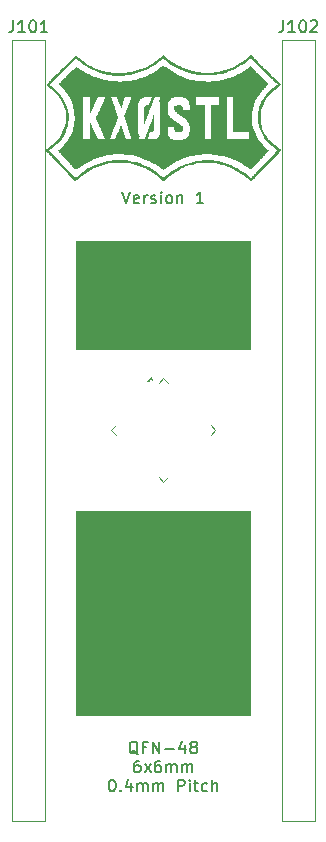
<source format=gto>
G04 #@! TF.GenerationSoftware,KiCad,Pcbnew,9.0.6*
G04 #@! TF.CreationDate,2025-12-31T13:09:13-06:00*
G04 #@! TF.ProjectId,QFN-48_6x6,51464e2d-3438-45f3-9678-362e6b696361,rev?*
G04 #@! TF.SameCoordinates,Original*
G04 #@! TF.FileFunction,Legend,Top*
G04 #@! TF.FilePolarity,Positive*
%FSLAX46Y46*%
G04 Gerber Fmt 4.6, Leading zero omitted, Abs format (unit mm)*
G04 Created by KiCad (PCBNEW 9.0.6) date 2025-12-31 13:09:13*
%MOMM*%
%LPD*%
G01*
G04 APERTURE LIST*
G04 Aperture macros list*
%AMRoundRect*
0 Rectangle with rounded corners*
0 $1 Rounding radius*
0 $2 $3 $4 $5 $6 $7 $8 $9 X,Y pos of 4 corners*
0 Add a 4 corners polygon primitive as box body*
4,1,4,$2,$3,$4,$5,$6,$7,$8,$9,$2,$3,0*
0 Add four circle primitives for the rounded corners*
1,1,$1+$1,$2,$3*
1,1,$1+$1,$4,$5*
1,1,$1+$1,$6,$7*
1,1,$1+$1,$8,$9*
0 Add four rect primitives between the rounded corners*
20,1,$1+$1,$2,$3,$4,$5,0*
20,1,$1+$1,$4,$5,$6,$7,0*
20,1,$1+$1,$6,$7,$8,$9,0*
20,1,$1+$1,$8,$9,$2,$3,0*%
%AMRotRect*
0 Rectangle, with rotation*
0 The origin of the aperture is its center*
0 $1 length*
0 $2 width*
0 $3 Rotation angle, in degrees counterclockwise*
0 Add horizontal line*
21,1,$1,$2,0,0,$3*%
G04 Aperture macros list end*
%ADD10C,0.100000*%
%ADD11C,0.200000*%
%ADD12C,0.150000*%
%ADD13C,0.120000*%
%ADD14C,0.000000*%
%ADD15RoundRect,0.050000X-0.424264X0.353553X0.353553X-0.424264X0.424264X-0.353553X-0.353553X0.424264X0*%
%ADD16RoundRect,0.050000X-0.424264X-0.353553X-0.353553X-0.424264X0.424264X0.353553X0.353553X0.424264X0*%
%ADD17RotRect,4.300000X4.300000X315.000000*%
%ADD18C,1.700000*%
G04 APERTURE END LIST*
D10*
X131064000Y-127508000D02*
X145796000Y-127508000D01*
X145796000Y-144780000D01*
X131064000Y-144780000D01*
X131064000Y-127508000D01*
G36*
X131064000Y-127508000D02*
G01*
X145796000Y-127508000D01*
X145796000Y-144780000D01*
X131064000Y-144780000D01*
X131064000Y-127508000D01*
G37*
X131064000Y-104648000D02*
X145796000Y-104648000D01*
X145796000Y-113792000D01*
X131064000Y-113792000D01*
X131064000Y-104648000D01*
G36*
X131064000Y-104648000D02*
G01*
X145796000Y-104648000D01*
X145796000Y-113792000D01*
X131064000Y-113792000D01*
X131064000Y-104648000D01*
G37*
D11*
X134953809Y-100467219D02*
X135287142Y-101467219D01*
X135287142Y-101467219D02*
X135620475Y-100467219D01*
X136334761Y-101419600D02*
X136239523Y-101467219D01*
X136239523Y-101467219D02*
X136049047Y-101467219D01*
X136049047Y-101467219D02*
X135953809Y-101419600D01*
X135953809Y-101419600D02*
X135906190Y-101324361D01*
X135906190Y-101324361D02*
X135906190Y-100943409D01*
X135906190Y-100943409D02*
X135953809Y-100848171D01*
X135953809Y-100848171D02*
X136049047Y-100800552D01*
X136049047Y-100800552D02*
X136239523Y-100800552D01*
X136239523Y-100800552D02*
X136334761Y-100848171D01*
X136334761Y-100848171D02*
X136382380Y-100943409D01*
X136382380Y-100943409D02*
X136382380Y-101038647D01*
X136382380Y-101038647D02*
X135906190Y-101133885D01*
X136810952Y-101467219D02*
X136810952Y-100800552D01*
X136810952Y-100991028D02*
X136858571Y-100895790D01*
X136858571Y-100895790D02*
X136906190Y-100848171D01*
X136906190Y-100848171D02*
X137001428Y-100800552D01*
X137001428Y-100800552D02*
X137096666Y-100800552D01*
X137382381Y-101419600D02*
X137477619Y-101467219D01*
X137477619Y-101467219D02*
X137668095Y-101467219D01*
X137668095Y-101467219D02*
X137763333Y-101419600D01*
X137763333Y-101419600D02*
X137810952Y-101324361D01*
X137810952Y-101324361D02*
X137810952Y-101276742D01*
X137810952Y-101276742D02*
X137763333Y-101181504D01*
X137763333Y-101181504D02*
X137668095Y-101133885D01*
X137668095Y-101133885D02*
X137525238Y-101133885D01*
X137525238Y-101133885D02*
X137430000Y-101086266D01*
X137430000Y-101086266D02*
X137382381Y-100991028D01*
X137382381Y-100991028D02*
X137382381Y-100943409D01*
X137382381Y-100943409D02*
X137430000Y-100848171D01*
X137430000Y-100848171D02*
X137525238Y-100800552D01*
X137525238Y-100800552D02*
X137668095Y-100800552D01*
X137668095Y-100800552D02*
X137763333Y-100848171D01*
X138239524Y-101467219D02*
X138239524Y-100800552D01*
X138239524Y-100467219D02*
X138191905Y-100514838D01*
X138191905Y-100514838D02*
X138239524Y-100562457D01*
X138239524Y-100562457D02*
X138287143Y-100514838D01*
X138287143Y-100514838D02*
X138239524Y-100467219D01*
X138239524Y-100467219D02*
X138239524Y-100562457D01*
X138858571Y-101467219D02*
X138763333Y-101419600D01*
X138763333Y-101419600D02*
X138715714Y-101371980D01*
X138715714Y-101371980D02*
X138668095Y-101276742D01*
X138668095Y-101276742D02*
X138668095Y-100991028D01*
X138668095Y-100991028D02*
X138715714Y-100895790D01*
X138715714Y-100895790D02*
X138763333Y-100848171D01*
X138763333Y-100848171D02*
X138858571Y-100800552D01*
X138858571Y-100800552D02*
X139001428Y-100800552D01*
X139001428Y-100800552D02*
X139096666Y-100848171D01*
X139096666Y-100848171D02*
X139144285Y-100895790D01*
X139144285Y-100895790D02*
X139191904Y-100991028D01*
X139191904Y-100991028D02*
X139191904Y-101276742D01*
X139191904Y-101276742D02*
X139144285Y-101371980D01*
X139144285Y-101371980D02*
X139096666Y-101419600D01*
X139096666Y-101419600D02*
X139001428Y-101467219D01*
X139001428Y-101467219D02*
X138858571Y-101467219D01*
X139620476Y-100800552D02*
X139620476Y-101467219D01*
X139620476Y-100895790D02*
X139668095Y-100848171D01*
X139668095Y-100848171D02*
X139763333Y-100800552D01*
X139763333Y-100800552D02*
X139906190Y-100800552D01*
X139906190Y-100800552D02*
X140001428Y-100848171D01*
X140001428Y-100848171D02*
X140049047Y-100943409D01*
X140049047Y-100943409D02*
X140049047Y-101467219D01*
X141810952Y-101467219D02*
X141239524Y-101467219D01*
X141525238Y-101467219D02*
X141525238Y-100467219D01*
X141525238Y-100467219D02*
X141430000Y-100610076D01*
X141430000Y-100610076D02*
X141334762Y-100705314D01*
X141334762Y-100705314D02*
X141239524Y-100752933D01*
X136287142Y-148126569D02*
X136191904Y-148078950D01*
X136191904Y-148078950D02*
X136096666Y-147983712D01*
X136096666Y-147983712D02*
X135953809Y-147840854D01*
X135953809Y-147840854D02*
X135858571Y-147793235D01*
X135858571Y-147793235D02*
X135763333Y-147793235D01*
X135810952Y-148031331D02*
X135715714Y-147983712D01*
X135715714Y-147983712D02*
X135620476Y-147888473D01*
X135620476Y-147888473D02*
X135572857Y-147697997D01*
X135572857Y-147697997D02*
X135572857Y-147364664D01*
X135572857Y-147364664D02*
X135620476Y-147174188D01*
X135620476Y-147174188D02*
X135715714Y-147078950D01*
X135715714Y-147078950D02*
X135810952Y-147031331D01*
X135810952Y-147031331D02*
X136001428Y-147031331D01*
X136001428Y-147031331D02*
X136096666Y-147078950D01*
X136096666Y-147078950D02*
X136191904Y-147174188D01*
X136191904Y-147174188D02*
X136239523Y-147364664D01*
X136239523Y-147364664D02*
X136239523Y-147697997D01*
X136239523Y-147697997D02*
X136191904Y-147888473D01*
X136191904Y-147888473D02*
X136096666Y-147983712D01*
X136096666Y-147983712D02*
X136001428Y-148031331D01*
X136001428Y-148031331D02*
X135810952Y-148031331D01*
X137001428Y-147507521D02*
X136668095Y-147507521D01*
X136668095Y-148031331D02*
X136668095Y-147031331D01*
X136668095Y-147031331D02*
X137144285Y-147031331D01*
X137525238Y-148031331D02*
X137525238Y-147031331D01*
X137525238Y-147031331D02*
X138096666Y-148031331D01*
X138096666Y-148031331D02*
X138096666Y-147031331D01*
X138572857Y-147650378D02*
X139334762Y-147650378D01*
X140239523Y-147364664D02*
X140239523Y-148031331D01*
X140001428Y-146983712D02*
X139763333Y-147697997D01*
X139763333Y-147697997D02*
X140382380Y-147697997D01*
X140906190Y-147459902D02*
X140810952Y-147412283D01*
X140810952Y-147412283D02*
X140763333Y-147364664D01*
X140763333Y-147364664D02*
X140715714Y-147269426D01*
X140715714Y-147269426D02*
X140715714Y-147221807D01*
X140715714Y-147221807D02*
X140763333Y-147126569D01*
X140763333Y-147126569D02*
X140810952Y-147078950D01*
X140810952Y-147078950D02*
X140906190Y-147031331D01*
X140906190Y-147031331D02*
X141096666Y-147031331D01*
X141096666Y-147031331D02*
X141191904Y-147078950D01*
X141191904Y-147078950D02*
X141239523Y-147126569D01*
X141239523Y-147126569D02*
X141287142Y-147221807D01*
X141287142Y-147221807D02*
X141287142Y-147269426D01*
X141287142Y-147269426D02*
X141239523Y-147364664D01*
X141239523Y-147364664D02*
X141191904Y-147412283D01*
X141191904Y-147412283D02*
X141096666Y-147459902D01*
X141096666Y-147459902D02*
X140906190Y-147459902D01*
X140906190Y-147459902D02*
X140810952Y-147507521D01*
X140810952Y-147507521D02*
X140763333Y-147555140D01*
X140763333Y-147555140D02*
X140715714Y-147650378D01*
X140715714Y-147650378D02*
X140715714Y-147840854D01*
X140715714Y-147840854D02*
X140763333Y-147936092D01*
X140763333Y-147936092D02*
X140810952Y-147983712D01*
X140810952Y-147983712D02*
X140906190Y-148031331D01*
X140906190Y-148031331D02*
X141096666Y-148031331D01*
X141096666Y-148031331D02*
X141191904Y-147983712D01*
X141191904Y-147983712D02*
X141239523Y-147936092D01*
X141239523Y-147936092D02*
X141287142Y-147840854D01*
X141287142Y-147840854D02*
X141287142Y-147650378D01*
X141287142Y-147650378D02*
X141239523Y-147555140D01*
X141239523Y-147555140D02*
X141191904Y-147507521D01*
X141191904Y-147507521D02*
X141096666Y-147459902D01*
X136406190Y-148641275D02*
X136215714Y-148641275D01*
X136215714Y-148641275D02*
X136120476Y-148688894D01*
X136120476Y-148688894D02*
X136072857Y-148736513D01*
X136072857Y-148736513D02*
X135977619Y-148879370D01*
X135977619Y-148879370D02*
X135930000Y-149069846D01*
X135930000Y-149069846D02*
X135930000Y-149450798D01*
X135930000Y-149450798D02*
X135977619Y-149546036D01*
X135977619Y-149546036D02*
X136025238Y-149593656D01*
X136025238Y-149593656D02*
X136120476Y-149641275D01*
X136120476Y-149641275D02*
X136310952Y-149641275D01*
X136310952Y-149641275D02*
X136406190Y-149593656D01*
X136406190Y-149593656D02*
X136453809Y-149546036D01*
X136453809Y-149546036D02*
X136501428Y-149450798D01*
X136501428Y-149450798D02*
X136501428Y-149212703D01*
X136501428Y-149212703D02*
X136453809Y-149117465D01*
X136453809Y-149117465D02*
X136406190Y-149069846D01*
X136406190Y-149069846D02*
X136310952Y-149022227D01*
X136310952Y-149022227D02*
X136120476Y-149022227D01*
X136120476Y-149022227D02*
X136025238Y-149069846D01*
X136025238Y-149069846D02*
X135977619Y-149117465D01*
X135977619Y-149117465D02*
X135930000Y-149212703D01*
X136834762Y-149641275D02*
X137358571Y-148974608D01*
X136834762Y-148974608D02*
X137358571Y-149641275D01*
X138168095Y-148641275D02*
X137977619Y-148641275D01*
X137977619Y-148641275D02*
X137882381Y-148688894D01*
X137882381Y-148688894D02*
X137834762Y-148736513D01*
X137834762Y-148736513D02*
X137739524Y-148879370D01*
X137739524Y-148879370D02*
X137691905Y-149069846D01*
X137691905Y-149069846D02*
X137691905Y-149450798D01*
X137691905Y-149450798D02*
X137739524Y-149546036D01*
X137739524Y-149546036D02*
X137787143Y-149593656D01*
X137787143Y-149593656D02*
X137882381Y-149641275D01*
X137882381Y-149641275D02*
X138072857Y-149641275D01*
X138072857Y-149641275D02*
X138168095Y-149593656D01*
X138168095Y-149593656D02*
X138215714Y-149546036D01*
X138215714Y-149546036D02*
X138263333Y-149450798D01*
X138263333Y-149450798D02*
X138263333Y-149212703D01*
X138263333Y-149212703D02*
X138215714Y-149117465D01*
X138215714Y-149117465D02*
X138168095Y-149069846D01*
X138168095Y-149069846D02*
X138072857Y-149022227D01*
X138072857Y-149022227D02*
X137882381Y-149022227D01*
X137882381Y-149022227D02*
X137787143Y-149069846D01*
X137787143Y-149069846D02*
X137739524Y-149117465D01*
X137739524Y-149117465D02*
X137691905Y-149212703D01*
X138691905Y-149641275D02*
X138691905Y-148974608D01*
X138691905Y-149069846D02*
X138739524Y-149022227D01*
X138739524Y-149022227D02*
X138834762Y-148974608D01*
X138834762Y-148974608D02*
X138977619Y-148974608D01*
X138977619Y-148974608D02*
X139072857Y-149022227D01*
X139072857Y-149022227D02*
X139120476Y-149117465D01*
X139120476Y-149117465D02*
X139120476Y-149641275D01*
X139120476Y-149117465D02*
X139168095Y-149022227D01*
X139168095Y-149022227D02*
X139263333Y-148974608D01*
X139263333Y-148974608D02*
X139406190Y-148974608D01*
X139406190Y-148974608D02*
X139501429Y-149022227D01*
X139501429Y-149022227D02*
X139549048Y-149117465D01*
X139549048Y-149117465D02*
X139549048Y-149641275D01*
X140025238Y-149641275D02*
X140025238Y-148974608D01*
X140025238Y-149069846D02*
X140072857Y-149022227D01*
X140072857Y-149022227D02*
X140168095Y-148974608D01*
X140168095Y-148974608D02*
X140310952Y-148974608D01*
X140310952Y-148974608D02*
X140406190Y-149022227D01*
X140406190Y-149022227D02*
X140453809Y-149117465D01*
X140453809Y-149117465D02*
X140453809Y-149641275D01*
X140453809Y-149117465D02*
X140501428Y-149022227D01*
X140501428Y-149022227D02*
X140596666Y-148974608D01*
X140596666Y-148974608D02*
X140739523Y-148974608D01*
X140739523Y-148974608D02*
X140834762Y-149022227D01*
X140834762Y-149022227D02*
X140882381Y-149117465D01*
X140882381Y-149117465D02*
X140882381Y-149641275D01*
X134049048Y-150251219D02*
X134144286Y-150251219D01*
X134144286Y-150251219D02*
X134239524Y-150298838D01*
X134239524Y-150298838D02*
X134287143Y-150346457D01*
X134287143Y-150346457D02*
X134334762Y-150441695D01*
X134334762Y-150441695D02*
X134382381Y-150632171D01*
X134382381Y-150632171D02*
X134382381Y-150870266D01*
X134382381Y-150870266D02*
X134334762Y-151060742D01*
X134334762Y-151060742D02*
X134287143Y-151155980D01*
X134287143Y-151155980D02*
X134239524Y-151203600D01*
X134239524Y-151203600D02*
X134144286Y-151251219D01*
X134144286Y-151251219D02*
X134049048Y-151251219D01*
X134049048Y-151251219D02*
X133953810Y-151203600D01*
X133953810Y-151203600D02*
X133906191Y-151155980D01*
X133906191Y-151155980D02*
X133858572Y-151060742D01*
X133858572Y-151060742D02*
X133810953Y-150870266D01*
X133810953Y-150870266D02*
X133810953Y-150632171D01*
X133810953Y-150632171D02*
X133858572Y-150441695D01*
X133858572Y-150441695D02*
X133906191Y-150346457D01*
X133906191Y-150346457D02*
X133953810Y-150298838D01*
X133953810Y-150298838D02*
X134049048Y-150251219D01*
X134810953Y-151155980D02*
X134858572Y-151203600D01*
X134858572Y-151203600D02*
X134810953Y-151251219D01*
X134810953Y-151251219D02*
X134763334Y-151203600D01*
X134763334Y-151203600D02*
X134810953Y-151155980D01*
X134810953Y-151155980D02*
X134810953Y-151251219D01*
X135715714Y-150584552D02*
X135715714Y-151251219D01*
X135477619Y-150203600D02*
X135239524Y-150917885D01*
X135239524Y-150917885D02*
X135858571Y-150917885D01*
X136239524Y-151251219D02*
X136239524Y-150584552D01*
X136239524Y-150679790D02*
X136287143Y-150632171D01*
X136287143Y-150632171D02*
X136382381Y-150584552D01*
X136382381Y-150584552D02*
X136525238Y-150584552D01*
X136525238Y-150584552D02*
X136620476Y-150632171D01*
X136620476Y-150632171D02*
X136668095Y-150727409D01*
X136668095Y-150727409D02*
X136668095Y-151251219D01*
X136668095Y-150727409D02*
X136715714Y-150632171D01*
X136715714Y-150632171D02*
X136810952Y-150584552D01*
X136810952Y-150584552D02*
X136953809Y-150584552D01*
X136953809Y-150584552D02*
X137049048Y-150632171D01*
X137049048Y-150632171D02*
X137096667Y-150727409D01*
X137096667Y-150727409D02*
X137096667Y-151251219D01*
X137572857Y-151251219D02*
X137572857Y-150584552D01*
X137572857Y-150679790D02*
X137620476Y-150632171D01*
X137620476Y-150632171D02*
X137715714Y-150584552D01*
X137715714Y-150584552D02*
X137858571Y-150584552D01*
X137858571Y-150584552D02*
X137953809Y-150632171D01*
X137953809Y-150632171D02*
X138001428Y-150727409D01*
X138001428Y-150727409D02*
X138001428Y-151251219D01*
X138001428Y-150727409D02*
X138049047Y-150632171D01*
X138049047Y-150632171D02*
X138144285Y-150584552D01*
X138144285Y-150584552D02*
X138287142Y-150584552D01*
X138287142Y-150584552D02*
X138382381Y-150632171D01*
X138382381Y-150632171D02*
X138430000Y-150727409D01*
X138430000Y-150727409D02*
X138430000Y-151251219D01*
X139668095Y-151251219D02*
X139668095Y-150251219D01*
X139668095Y-150251219D02*
X140049047Y-150251219D01*
X140049047Y-150251219D02*
X140144285Y-150298838D01*
X140144285Y-150298838D02*
X140191904Y-150346457D01*
X140191904Y-150346457D02*
X140239523Y-150441695D01*
X140239523Y-150441695D02*
X140239523Y-150584552D01*
X140239523Y-150584552D02*
X140191904Y-150679790D01*
X140191904Y-150679790D02*
X140144285Y-150727409D01*
X140144285Y-150727409D02*
X140049047Y-150775028D01*
X140049047Y-150775028D02*
X139668095Y-150775028D01*
X140668095Y-151251219D02*
X140668095Y-150584552D01*
X140668095Y-150251219D02*
X140620476Y-150298838D01*
X140620476Y-150298838D02*
X140668095Y-150346457D01*
X140668095Y-150346457D02*
X140715714Y-150298838D01*
X140715714Y-150298838D02*
X140668095Y-150251219D01*
X140668095Y-150251219D02*
X140668095Y-150346457D01*
X141001428Y-150584552D02*
X141382380Y-150584552D01*
X141144285Y-150251219D02*
X141144285Y-151108361D01*
X141144285Y-151108361D02*
X141191904Y-151203600D01*
X141191904Y-151203600D02*
X141287142Y-151251219D01*
X141287142Y-151251219D02*
X141382380Y-151251219D01*
X142144285Y-151203600D02*
X142049047Y-151251219D01*
X142049047Y-151251219D02*
X141858571Y-151251219D01*
X141858571Y-151251219D02*
X141763333Y-151203600D01*
X141763333Y-151203600D02*
X141715714Y-151155980D01*
X141715714Y-151155980D02*
X141668095Y-151060742D01*
X141668095Y-151060742D02*
X141668095Y-150775028D01*
X141668095Y-150775028D02*
X141715714Y-150679790D01*
X141715714Y-150679790D02*
X141763333Y-150632171D01*
X141763333Y-150632171D02*
X141858571Y-150584552D01*
X141858571Y-150584552D02*
X142049047Y-150584552D01*
X142049047Y-150584552D02*
X142144285Y-150632171D01*
X142572857Y-151251219D02*
X142572857Y-150251219D01*
X143001428Y-151251219D02*
X143001428Y-150727409D01*
X143001428Y-150727409D02*
X142953809Y-150632171D01*
X142953809Y-150632171D02*
X142858571Y-150584552D01*
X142858571Y-150584552D02*
X142715714Y-150584552D01*
X142715714Y-150584552D02*
X142620476Y-150632171D01*
X142620476Y-150632171D02*
X142572857Y-150679790D01*
D12*
X125714285Y-85974819D02*
X125714285Y-86689104D01*
X125714285Y-86689104D02*
X125666666Y-86831961D01*
X125666666Y-86831961D02*
X125571428Y-86927200D01*
X125571428Y-86927200D02*
X125428571Y-86974819D01*
X125428571Y-86974819D02*
X125333333Y-86974819D01*
X126714285Y-86974819D02*
X126142857Y-86974819D01*
X126428571Y-86974819D02*
X126428571Y-85974819D01*
X126428571Y-85974819D02*
X126333333Y-86117676D01*
X126333333Y-86117676D02*
X126238095Y-86212914D01*
X126238095Y-86212914D02*
X126142857Y-86260533D01*
X127333333Y-85974819D02*
X127428571Y-85974819D01*
X127428571Y-85974819D02*
X127523809Y-86022438D01*
X127523809Y-86022438D02*
X127571428Y-86070057D01*
X127571428Y-86070057D02*
X127619047Y-86165295D01*
X127619047Y-86165295D02*
X127666666Y-86355771D01*
X127666666Y-86355771D02*
X127666666Y-86593866D01*
X127666666Y-86593866D02*
X127619047Y-86784342D01*
X127619047Y-86784342D02*
X127571428Y-86879580D01*
X127571428Y-86879580D02*
X127523809Y-86927200D01*
X127523809Y-86927200D02*
X127428571Y-86974819D01*
X127428571Y-86974819D02*
X127333333Y-86974819D01*
X127333333Y-86974819D02*
X127238095Y-86927200D01*
X127238095Y-86927200D02*
X127190476Y-86879580D01*
X127190476Y-86879580D02*
X127142857Y-86784342D01*
X127142857Y-86784342D02*
X127095238Y-86593866D01*
X127095238Y-86593866D02*
X127095238Y-86355771D01*
X127095238Y-86355771D02*
X127142857Y-86165295D01*
X127142857Y-86165295D02*
X127190476Y-86070057D01*
X127190476Y-86070057D02*
X127238095Y-86022438D01*
X127238095Y-86022438D02*
X127333333Y-85974819D01*
X128619047Y-86974819D02*
X128047619Y-86974819D01*
X128333333Y-86974819D02*
X128333333Y-85974819D01*
X128333333Y-85974819D02*
X128238095Y-86117676D01*
X128238095Y-86117676D02*
X128142857Y-86212914D01*
X128142857Y-86212914D02*
X128047619Y-86260533D01*
X148574285Y-85974819D02*
X148574285Y-86689104D01*
X148574285Y-86689104D02*
X148526666Y-86831961D01*
X148526666Y-86831961D02*
X148431428Y-86927200D01*
X148431428Y-86927200D02*
X148288571Y-86974819D01*
X148288571Y-86974819D02*
X148193333Y-86974819D01*
X149574285Y-86974819D02*
X149002857Y-86974819D01*
X149288571Y-86974819D02*
X149288571Y-85974819D01*
X149288571Y-85974819D02*
X149193333Y-86117676D01*
X149193333Y-86117676D02*
X149098095Y-86212914D01*
X149098095Y-86212914D02*
X149002857Y-86260533D01*
X150193333Y-85974819D02*
X150288571Y-85974819D01*
X150288571Y-85974819D02*
X150383809Y-86022438D01*
X150383809Y-86022438D02*
X150431428Y-86070057D01*
X150431428Y-86070057D02*
X150479047Y-86165295D01*
X150479047Y-86165295D02*
X150526666Y-86355771D01*
X150526666Y-86355771D02*
X150526666Y-86593866D01*
X150526666Y-86593866D02*
X150479047Y-86784342D01*
X150479047Y-86784342D02*
X150431428Y-86879580D01*
X150431428Y-86879580D02*
X150383809Y-86927200D01*
X150383809Y-86927200D02*
X150288571Y-86974819D01*
X150288571Y-86974819D02*
X150193333Y-86974819D01*
X150193333Y-86974819D02*
X150098095Y-86927200D01*
X150098095Y-86927200D02*
X150050476Y-86879580D01*
X150050476Y-86879580D02*
X150002857Y-86784342D01*
X150002857Y-86784342D02*
X149955238Y-86593866D01*
X149955238Y-86593866D02*
X149955238Y-86355771D01*
X149955238Y-86355771D02*
X150002857Y-86165295D01*
X150002857Y-86165295D02*
X150050476Y-86070057D01*
X150050476Y-86070057D02*
X150098095Y-86022438D01*
X150098095Y-86022438D02*
X150193333Y-85974819D01*
X150907619Y-86070057D02*
X150955238Y-86022438D01*
X150955238Y-86022438D02*
X151050476Y-85974819D01*
X151050476Y-85974819D02*
X151288571Y-85974819D01*
X151288571Y-85974819D02*
X151383809Y-86022438D01*
X151383809Y-86022438D02*
X151431428Y-86070057D01*
X151431428Y-86070057D02*
X151479047Y-86165295D01*
X151479047Y-86165295D02*
X151479047Y-86260533D01*
X151479047Y-86260533D02*
X151431428Y-86403390D01*
X151431428Y-86403390D02*
X150860000Y-86974819D01*
X150860000Y-86974819D02*
X151479047Y-86974819D01*
D13*
X134031796Y-120650000D02*
X134420705Y-120261091D01*
X134420705Y-121038909D02*
X134031796Y-120650000D01*
X138041091Y-116640705D02*
X138430000Y-116251796D01*
X138430000Y-116251796D02*
X138818909Y-116640705D01*
X138430000Y-125048204D02*
X138041091Y-124659295D01*
X138818909Y-124659295D02*
X138430000Y-125048204D01*
X142439295Y-120261091D02*
X142828204Y-120650000D01*
X142828204Y-120650000D02*
X142439295Y-121038909D01*
X137432979Y-116541710D02*
X137029929Y-116478070D01*
X137369340Y-116138659D01*
X137432979Y-116541710D01*
G36*
X137432979Y-116541710D02*
G01*
X137029929Y-116478070D01*
X137369340Y-116138659D01*
X137432979Y-116541710D01*
G37*
D14*
G36*
X145866048Y-88870944D02*
G01*
X145896040Y-88906097D01*
X145926741Y-88940830D01*
X145959724Y-88976776D01*
X145996557Y-89015571D01*
X146038813Y-89058849D01*
X146088063Y-89108246D01*
X146145876Y-89165396D01*
X146199353Y-89217801D01*
X146238590Y-89256188D01*
X146287618Y-89304230D01*
X146345101Y-89360613D01*
X146409702Y-89424023D01*
X146480083Y-89493147D01*
X146554908Y-89566672D01*
X146632838Y-89643282D01*
X146712538Y-89721665D01*
X146792669Y-89800507D01*
X146871894Y-89878493D01*
X146895364Y-89901604D01*
X146981592Y-89986491D01*
X147074708Y-90078111D01*
X147172651Y-90174439D01*
X147273359Y-90273447D01*
X147374768Y-90373109D01*
X147474818Y-90471398D01*
X147571444Y-90566288D01*
X147662585Y-90655752D01*
X147746179Y-90737764D01*
X147801670Y-90792173D01*
X147899833Y-90888412D01*
X147987401Y-90974317D01*
X148064958Y-91050474D01*
X148133087Y-91117468D01*
X148192373Y-91175884D01*
X148243397Y-91226308D01*
X148286743Y-91269324D01*
X148322996Y-91305519D01*
X148352737Y-91335478D01*
X148376551Y-91359785D01*
X148395020Y-91379027D01*
X148408729Y-91393789D01*
X148418260Y-91404655D01*
X148424198Y-91412212D01*
X148427124Y-91417045D01*
X148427623Y-91419739D01*
X148427461Y-91420109D01*
X148419915Y-91426896D01*
X148402014Y-91440945D01*
X148376131Y-91460454D01*
X148344636Y-91483617D01*
X148330712Y-91493708D01*
X148291792Y-91522163D01*
X148251926Y-91551940D01*
X148215493Y-91579730D01*
X148186873Y-91602223D01*
X148183997Y-91604552D01*
X148157733Y-91625626D01*
X148123023Y-91653072D01*
X148083834Y-91683770D01*
X148044135Y-91714603D01*
X148032153Y-91723850D01*
X147870045Y-91853283D01*
X147718470Y-91983596D01*
X147578369Y-92113877D01*
X147450684Y-92243215D01*
X147336359Y-92370698D01*
X147240827Y-92489463D01*
X147122057Y-92658748D01*
X147017026Y-92834856D01*
X146925621Y-93018071D01*
X146847730Y-93208677D01*
X146783242Y-93406957D01*
X146732046Y-93613197D01*
X146694029Y-93827679D01*
X146683682Y-93905855D01*
X146677408Y-93972124D01*
X146672919Y-94049901D01*
X146670217Y-94135306D01*
X146669305Y-94224456D01*
X146670185Y-94313469D01*
X146672858Y-94398462D01*
X146677328Y-94475555D01*
X146683332Y-94538706D01*
X146715736Y-94746875D01*
X146761666Y-94947240D01*
X146821171Y-95139906D01*
X146894300Y-95324980D01*
X146981103Y-95502566D01*
X147081629Y-95672771D01*
X147195928Y-95835699D01*
X147324049Y-95991456D01*
X147402576Y-96076338D01*
X147455217Y-96128813D01*
X147519571Y-96189153D01*
X147595789Y-96257487D01*
X147684025Y-96333945D01*
X147784430Y-96418654D01*
X147897157Y-96511746D01*
X148022359Y-96613348D01*
X148160189Y-96723591D01*
X148254783Y-96798493D01*
X148299542Y-96834154D01*
X148340120Y-96867145D01*
X148374922Y-96896118D01*
X148402355Y-96919723D01*
X148420824Y-96936610D01*
X148428737Y-96945432D01*
X148428903Y-96945889D01*
X148423775Y-96952657D01*
X148408186Y-96970251D01*
X148382527Y-96998260D01*
X148347193Y-97036270D01*
X148302576Y-97083868D01*
X148249069Y-97140641D01*
X148187065Y-97206176D01*
X148116956Y-97280059D01*
X148039136Y-97361878D01*
X147953998Y-97451219D01*
X147861934Y-97547669D01*
X147763337Y-97650816D01*
X147658600Y-97760245D01*
X147548117Y-97875545D01*
X147432279Y-97996301D01*
X147311481Y-98122101D01*
X147195763Y-98242496D01*
X147080353Y-98362516D01*
X146967537Y-98479831D01*
X146857813Y-98593922D01*
X146751682Y-98704269D01*
X146649643Y-98810355D01*
X146552196Y-98911660D01*
X146459839Y-99007665D01*
X146373072Y-99097850D01*
X146292395Y-99181698D01*
X146218307Y-99258688D01*
X146151307Y-99328302D01*
X146091895Y-99390021D01*
X146040571Y-99443325D01*
X145997833Y-99487696D01*
X145964181Y-99522615D01*
X145940115Y-99547562D01*
X145926134Y-99562019D01*
X145923112Y-99565121D01*
X145885875Y-99602947D01*
X145683545Y-99439738D01*
X145587632Y-99362693D01*
X145501703Y-99294419D01*
X145423879Y-99233511D01*
X145352286Y-99178565D01*
X145285047Y-99128176D01*
X145220286Y-99080939D01*
X145156127Y-99035450D01*
X145090692Y-98990304D01*
X145022107Y-98944097D01*
X145016342Y-98940255D01*
X144810050Y-98808558D01*
X144600171Y-98685597D01*
X144388559Y-98572286D01*
X144177069Y-98469539D01*
X143967556Y-98378270D01*
X143761875Y-98299394D01*
X143617819Y-98250985D01*
X143362799Y-98178747D01*
X143101639Y-98120867D01*
X142834368Y-98077348D01*
X142561018Y-98048193D01*
X142281617Y-98033406D01*
X141996197Y-98032988D01*
X141704788Y-98046943D01*
X141563005Y-98058728D01*
X141321717Y-98088453D01*
X141079357Y-98131932D01*
X140838376Y-98188506D01*
X140601224Y-98257515D01*
X140370350Y-98338300D01*
X140148205Y-98430200D01*
X140098071Y-98453088D01*
X140060386Y-98470595D01*
X140021003Y-98488864D01*
X139986660Y-98504769D01*
X139976970Y-98509249D01*
X139868968Y-98562187D01*
X139752213Y-98624974D01*
X139628805Y-98696216D01*
X139500846Y-98774520D01*
X139370435Y-98858493D01*
X139239675Y-98946742D01*
X139110666Y-99037875D01*
X138985508Y-99130498D01*
X138866304Y-99223219D01*
X138755152Y-99314645D01*
X138730799Y-99335471D01*
X138698238Y-99363542D01*
X138657696Y-99398503D01*
X138613025Y-99437032D01*
X138568072Y-99475811D01*
X138537527Y-99502165D01*
X138501095Y-99532984D01*
X138467898Y-99559911D01*
X138440004Y-99581361D01*
X138419481Y-99595746D01*
X138408400Y-99601480D01*
X138407958Y-99601518D01*
X138395222Y-99594965D01*
X138377759Y-99576892D01*
X138363273Y-99557584D01*
X138340311Y-99528922D01*
X138305110Y-99491677D01*
X138258169Y-99446315D01*
X138199987Y-99393302D01*
X138131065Y-99333104D01*
X138051900Y-99266188D01*
X138047132Y-99262216D01*
X137815044Y-99077900D01*
X137579897Y-98908816D01*
X137341403Y-98754820D01*
X137099271Y-98615764D01*
X136853211Y-98491503D01*
X136602935Y-98381891D01*
X136348152Y-98286783D01*
X136088572Y-98206031D01*
X135823906Y-98139491D01*
X135813698Y-98137230D01*
X135572902Y-98090965D01*
X135324140Y-98056227D01*
X135070149Y-98033155D01*
X134813666Y-98021889D01*
X134557426Y-98022570D01*
X134304165Y-98035338D01*
X134132860Y-98051237D01*
X133862343Y-98089074D01*
X133594729Y-98142223D01*
X133330234Y-98210602D01*
X133069074Y-98294128D01*
X132811467Y-98392720D01*
X132557630Y-98506296D01*
X132307779Y-98634773D01*
X132062131Y-98778069D01*
X131855377Y-98912430D01*
X131793555Y-98954985D01*
X131734892Y-98996361D01*
X131677000Y-99038345D01*
X131617489Y-99082728D01*
X131553970Y-99131298D01*
X131484055Y-99185843D01*
X131405354Y-99248154D01*
X131378785Y-99269339D01*
X131301144Y-99331209D01*
X131229613Y-99387970D01*
X131165123Y-99438892D01*
X131108608Y-99483243D01*
X131061000Y-99520293D01*
X131023232Y-99549311D01*
X130996237Y-99569567D01*
X130987567Y-99575830D01*
X130963560Y-99592796D01*
X130385968Y-98986450D01*
X130234042Y-98826954D01*
X130092300Y-98678131D01*
X129960142Y-98539351D01*
X129836966Y-98409978D01*
X129722171Y-98289380D01*
X129615157Y-98176925D01*
X129515324Y-98071978D01*
X129422070Y-97973906D01*
X129334794Y-97882078D01*
X129252896Y-97795858D01*
X129175774Y-97714615D01*
X129102829Y-97637716D01*
X129033460Y-97564526D01*
X128967065Y-97494414D01*
X128903043Y-97426745D01*
X128840795Y-97360887D01*
X128779719Y-97296206D01*
X128719214Y-97232070D01*
X128658680Y-97167846D01*
X128597516Y-97102900D01*
X128535121Y-97036598D01*
X128474802Y-96972463D01*
X128782257Y-96972463D01*
X128970604Y-97171688D01*
X129159790Y-97371682D01*
X129340416Y-97562380D01*
X129514545Y-97745948D01*
X129684236Y-97924554D01*
X129851549Y-98100364D01*
X130018544Y-98275546D01*
X130187283Y-98452265D01*
X130359826Y-98632688D01*
X130363097Y-98636106D01*
X130438249Y-98714641D01*
X130511321Y-98791022D01*
X130581459Y-98864354D01*
X130647808Y-98933742D01*
X130709513Y-98998292D01*
X130765719Y-99057109D01*
X130815572Y-99109299D01*
X130858217Y-99153967D01*
X130892798Y-99190219D01*
X130918462Y-99217160D01*
X130934352Y-99233896D01*
X130936359Y-99236021D01*
X130962455Y-99263165D01*
X130980448Y-99280152D01*
X130992529Y-99288582D01*
X131000889Y-99290054D01*
X131006487Y-99287204D01*
X131016837Y-99278628D01*
X131036454Y-99262057D01*
X131062753Y-99239687D01*
X131093151Y-99213709D01*
X131101235Y-99206782D01*
X131342534Y-99009017D01*
X131587415Y-98826443D01*
X131835971Y-98659017D01*
X132088298Y-98506697D01*
X132344488Y-98369442D01*
X132604636Y-98247210D01*
X132868836Y-98139960D01*
X133137181Y-98047649D01*
X133409766Y-97970236D01*
X133686685Y-97907678D01*
X133968031Y-97859936D01*
X134195364Y-97832479D01*
X134484916Y-97810925D01*
X134770611Y-97804343D01*
X135052607Y-97812776D01*
X135331060Y-97836266D01*
X135606126Y-97874856D01*
X135877963Y-97928589D01*
X136146728Y-97997509D01*
X136412576Y-98081658D01*
X136675665Y-98181079D01*
X136936151Y-98295814D01*
X137194192Y-98425908D01*
X137449943Y-98571403D01*
X137703562Y-98732342D01*
X137851839Y-98834259D01*
X137941692Y-98899158D01*
X138036864Y-98970371D01*
X138133508Y-99044896D01*
X138227775Y-99119729D01*
X138315817Y-99191866D01*
X138381910Y-99247977D01*
X138439296Y-99297670D01*
X138461281Y-99279662D01*
X138473885Y-99269199D01*
X138496236Y-99250506D01*
X138526137Y-99225425D01*
X138561391Y-99195799D01*
X138599800Y-99163472D01*
X138607033Y-99157379D01*
X138740693Y-99048380D01*
X138883664Y-98938421D01*
X139032236Y-98830135D01*
X139182695Y-98726149D01*
X139331329Y-98629096D01*
X139474426Y-98541603D01*
X139484752Y-98535546D01*
X139607057Y-98466854D01*
X139739567Y-98397532D01*
X139878583Y-98329284D01*
X140020405Y-98263815D01*
X140161334Y-98202829D01*
X140297671Y-98148029D01*
X140425716Y-98101120D01*
X140434029Y-98098259D01*
X140706360Y-98013105D01*
X140981333Y-97943333D01*
X141259033Y-97888929D01*
X141539547Y-97849881D01*
X141822959Y-97826176D01*
X142109355Y-97817802D01*
X142313263Y-97821111D01*
X142590362Y-97837796D01*
X142862998Y-97868518D01*
X143131699Y-97913446D01*
X143396990Y-97972749D01*
X143659399Y-98046596D01*
X143919451Y-98135156D01*
X144177675Y-98238599D01*
X144434596Y-98357094D01*
X144690742Y-98490811D01*
X144946638Y-98639917D01*
X145036725Y-98696079D01*
X145212380Y-98811308D01*
X145385933Y-98933144D01*
X145560798Y-99064053D01*
X145713279Y-99184512D01*
X145851587Y-99296258D01*
X145940537Y-99204733D01*
X145958819Y-99185816D01*
X145986979Y-99156537D01*
X146024110Y-99117842D01*
X146069309Y-99070676D01*
X146121668Y-99015988D01*
X146180284Y-98954722D01*
X146244249Y-98887825D01*
X146312660Y-98816244D01*
X146384610Y-98740926D01*
X146459195Y-98662816D01*
X146535508Y-98582861D01*
X146555040Y-98562391D01*
X146647948Y-98465030D01*
X146730923Y-98378109D01*
X146804813Y-98300756D01*
X146870461Y-98232096D01*
X146928713Y-98171256D01*
X146980415Y-98117362D01*
X147026411Y-98069541D01*
X147067547Y-98026918D01*
X147104668Y-97988621D01*
X147138620Y-97953774D01*
X147170248Y-97921505D01*
X147200397Y-97890940D01*
X147229912Y-97861205D01*
X147259639Y-97831426D01*
X147290422Y-97800729D01*
X147323108Y-97768242D01*
X147329027Y-97762367D01*
X147361297Y-97730041D01*
X147389334Y-97701385D01*
X147411389Y-97678235D01*
X147425709Y-97662428D01*
X147430553Y-97655875D01*
X147435831Y-97648969D01*
X147450665Y-97632594D01*
X147473557Y-97608325D01*
X147503008Y-97577739D01*
X147537520Y-97542409D01*
X147565327Y-97514245D01*
X147604739Y-97474347D01*
X147652403Y-97425844D01*
X147705730Y-97371383D01*
X147762132Y-97313615D01*
X147819020Y-97255187D01*
X147873807Y-97198750D01*
X147897591Y-97174187D01*
X148095080Y-96970030D01*
X148065743Y-96945848D01*
X148047431Y-96931721D01*
X148033882Y-96923010D01*
X148030222Y-96921665D01*
X148022139Y-96916840D01*
X148005030Y-96903774D01*
X147981568Y-96884579D01*
X147959732Y-96865979D01*
X147931898Y-96842319D01*
X147895334Y-96811882D01*
X147853575Y-96777577D01*
X147810157Y-96742311D01*
X147778231Y-96716662D01*
X147741302Y-96686863D01*
X147708488Y-96659827D01*
X147681805Y-96637260D01*
X147663270Y-96620868D01*
X147654898Y-96612359D01*
X147654788Y-96612182D01*
X147642899Y-96602470D01*
X147637209Y-96601333D01*
X147627057Y-96597434D01*
X147625878Y-96594334D01*
X147620259Y-96586939D01*
X147604861Y-96571571D01*
X147581874Y-96550302D01*
X147553489Y-96525203D01*
X147545795Y-96518563D01*
X147431163Y-96417368D01*
X147328376Y-96320507D01*
X147235186Y-96225552D01*
X147149349Y-96130080D01*
X147068619Y-96031664D01*
X146990751Y-95927881D01*
X146964116Y-95890352D01*
X146855025Y-95721649D01*
X146757314Y-95543908D01*
X146671703Y-95358970D01*
X146598916Y-95168679D01*
X146539673Y-94974879D01*
X146494695Y-94779411D01*
X146470188Y-94628556D01*
X146449009Y-94410366D01*
X146443083Y-94192459D01*
X146452204Y-93975644D01*
X146476166Y-93760728D01*
X146514764Y-93548519D01*
X146567792Y-93339825D01*
X146635044Y-93135452D01*
X146716313Y-92936210D01*
X146811395Y-92742905D01*
X146920083Y-92556346D01*
X147042171Y-92377340D01*
X147044917Y-92373613D01*
X147065245Y-92345561D01*
X147081551Y-92322089D01*
X147091901Y-92306041D01*
X147094595Y-92300514D01*
X147100128Y-92292134D01*
X147113503Y-92279853D01*
X147114128Y-92279359D01*
X147127779Y-92266307D01*
X147133655Y-92256102D01*
X147133660Y-92255920D01*
X147139256Y-92245875D01*
X147152761Y-92232822D01*
X147153193Y-92232481D01*
X147166876Y-92219068D01*
X147172722Y-92208079D01*
X147172725Y-92207918D01*
X147178377Y-92197825D01*
X147192612Y-92183201D01*
X147200071Y-92176900D01*
X147216628Y-92162114D01*
X147226346Y-92150391D01*
X147227416Y-92147418D01*
X147232743Y-92139961D01*
X147247565Y-92123381D01*
X147270143Y-92099415D01*
X147298737Y-92069802D01*
X147331608Y-92036279D01*
X147367018Y-92000585D01*
X147403226Y-91964456D01*
X147438494Y-91929632D01*
X147471083Y-91897850D01*
X147499253Y-91870847D01*
X147521265Y-91850362D01*
X147535380Y-91838133D01*
X147539651Y-91835415D01*
X147548370Y-91829792D01*
X147562589Y-91815414D01*
X147572126Y-91804163D01*
X147588266Y-91786272D01*
X147601855Y-91774963D01*
X147606959Y-91772911D01*
X147617866Y-91767379D01*
X147632713Y-91753666D01*
X147636398Y-91749472D01*
X147650856Y-91734446D01*
X147662095Y-91726439D01*
X147663871Y-91726033D01*
X147673679Y-91720446D01*
X147686623Y-91706960D01*
X147686986Y-91706501D01*
X147699236Y-91692921D01*
X147707703Y-91686979D01*
X147707895Y-91686968D01*
X147715825Y-91682352D01*
X147733251Y-91669796D01*
X147757566Y-91651244D01*
X147784900Y-91629648D01*
X147819149Y-91602475D01*
X147854620Y-91574831D01*
X147886349Y-91550562D01*
X147903395Y-91537845D01*
X147929479Y-91518291D01*
X147962842Y-91492667D01*
X147998618Y-91464732D01*
X148023371Y-91445116D01*
X148096312Y-91386869D01*
X147999795Y-91292763D01*
X147979732Y-91273150D01*
X147949524Y-91243548D01*
X147910163Y-91204930D01*
X147862637Y-91158270D01*
X147807938Y-91104540D01*
X147747057Y-91044715D01*
X147680984Y-90979767D01*
X147610709Y-90910670D01*
X147537223Y-90838397D01*
X147461516Y-90763921D01*
X147395158Y-90698626D01*
X147316621Y-90621379D01*
X147233936Y-90540123D01*
X147147872Y-90455610D01*
X147059196Y-90368592D01*
X146968677Y-90279818D01*
X146877083Y-90190041D01*
X146785182Y-90100011D01*
X146693742Y-90010480D01*
X146603532Y-89922198D01*
X146515321Y-89835916D01*
X146429875Y-89752386D01*
X146347964Y-89672358D01*
X146270356Y-89596584D01*
X146197819Y-89525815D01*
X146131120Y-89460801D01*
X146071030Y-89402294D01*
X146018315Y-89351044D01*
X145973744Y-89307804D01*
X145938085Y-89273323D01*
X145912107Y-89248353D01*
X145897495Y-89234499D01*
X145873135Y-89212841D01*
X145856040Y-89200867D01*
X145842958Y-89196703D01*
X145833535Y-89197651D01*
X145821048Y-89204312D01*
X145799475Y-89219441D01*
X145771386Y-89241095D01*
X145739347Y-89267333D01*
X145723102Y-89281173D01*
X145501848Y-89461979D01*
X145269877Y-89631924D01*
X145028161Y-89790517D01*
X144777671Y-89937267D01*
X144519378Y-90071684D01*
X144254254Y-90193276D01*
X143983270Y-90301555D01*
X143707397Y-90396028D01*
X143427608Y-90476206D01*
X143289674Y-90510057D01*
X143083043Y-90553231D01*
X142876069Y-90586733D01*
X142665712Y-90610896D01*
X142448930Y-90626051D01*
X142222682Y-90632530D01*
X142164604Y-90632833D01*
X141939180Y-90629105D01*
X141722655Y-90617226D01*
X141510992Y-90596715D01*
X141300151Y-90567088D01*
X141086094Y-90527860D01*
X140864784Y-90478549D01*
X140853694Y-90475868D01*
X140799123Y-90462159D01*
X140739700Y-90446410D01*
X140677290Y-90429193D01*
X140613759Y-90411077D01*
X140550975Y-90392634D01*
X140490803Y-90374433D01*
X140435110Y-90357044D01*
X140385761Y-90341039D01*
X140344622Y-90326988D01*
X140313560Y-90315460D01*
X140294441Y-90307027D01*
X140289197Y-90303325D01*
X140279743Y-90298138D01*
X140260022Y-90291871D01*
X140244273Y-90288071D01*
X140221589Y-90281984D01*
X140206803Y-90275670D01*
X140203546Y-90272172D01*
X140196856Y-90266784D01*
X140184014Y-90265006D01*
X140169326Y-90262671D01*
X140164481Y-90258192D01*
X140157580Y-90252829D01*
X140140331Y-90247694D01*
X140133229Y-90246380D01*
X140113691Y-90241549D01*
X140102793Y-90235543D01*
X140101978Y-90233662D01*
X140095308Y-90227797D01*
X140083003Y-90225941D01*
X140063184Y-90221263D01*
X140052309Y-90214222D01*
X140036859Y-90204485D01*
X140027754Y-90202502D01*
X140011873Y-90197285D01*
X140003199Y-90190783D01*
X139986273Y-90181430D01*
X139972505Y-90179063D01*
X139958085Y-90176755D01*
X139953531Y-90172504D01*
X139946989Y-90164713D01*
X139931500Y-90156070D01*
X139913272Y-90149541D01*
X139901821Y-90147811D01*
X139886776Y-90142634D01*
X139878191Y-90136092D01*
X139861151Y-90126631D01*
X139848056Y-90124372D01*
X139829080Y-90120233D01*
X139819315Y-90114170D01*
X139809740Y-90107918D01*
X139788229Y-90095691D01*
X139756789Y-90078572D01*
X139717428Y-90057640D01*
X139672152Y-90033977D01*
X139633199Y-90013899D01*
X139451541Y-89917339D01*
X139279109Y-89818224D01*
X139112554Y-89714374D01*
X138948524Y-89603609D01*
X138783670Y-89483750D01*
X138614642Y-89352616D01*
X138604409Y-89344433D01*
X138549938Y-89301442D01*
X138505691Y-89268120D01*
X138470283Y-89243680D01*
X138442329Y-89227332D01*
X138420441Y-89218289D01*
X138403236Y-89215760D01*
X138389328Y-89218959D01*
X138386492Y-89220398D01*
X138375858Y-89228107D01*
X138355885Y-89244133D01*
X138328982Y-89266485D01*
X138297559Y-89293176D01*
X138279920Y-89308379D01*
X138112265Y-89446322D01*
X137930888Y-89581842D01*
X137737642Y-89713788D01*
X137534379Y-89841007D01*
X137322953Y-89962349D01*
X137105216Y-90076661D01*
X136883020Y-90182791D01*
X136848977Y-90198133D01*
X136615763Y-90295588D01*
X136374428Y-90383382D01*
X136128043Y-90460616D01*
X135879678Y-90526395D01*
X135632403Y-90579821D01*
X135418096Y-90615914D01*
X135346714Y-90626046D01*
X135283011Y-90634477D01*
X135224497Y-90641359D01*
X135168679Y-90646845D01*
X135113067Y-90651088D01*
X135055170Y-90654240D01*
X134992497Y-90656455D01*
X134922555Y-90657885D01*
X134842855Y-90658682D01*
X134750905Y-90659000D01*
X134714927Y-90659026D01*
X134622423Y-90658910D01*
X134543591Y-90658479D01*
X134476478Y-90657678D01*
X134419132Y-90656451D01*
X134369601Y-90654743D01*
X134325933Y-90652497D01*
X134286175Y-90649659D01*
X134248375Y-90646171D01*
X134242242Y-90645535D01*
X133992433Y-90614201D01*
X133748919Y-90573579D01*
X133514771Y-90524203D01*
X133444432Y-90507169D01*
X133381338Y-90491071D01*
X133320896Y-90475036D01*
X133265024Y-90459626D01*
X133215640Y-90445400D01*
X133174663Y-90432918D01*
X133144010Y-90422740D01*
X133125602Y-90415425D01*
X133121470Y-90412906D01*
X133108109Y-90406911D01*
X133097470Y-90405640D01*
X133080597Y-90403223D01*
X133057128Y-90397132D01*
X133032378Y-90389108D01*
X133011659Y-90380892D01*
X133000287Y-90374222D01*
X132999842Y-90373667D01*
X132990886Y-90368976D01*
X132970626Y-90361817D01*
X132942916Y-90353510D01*
X132933568Y-90350949D01*
X132904351Y-90342541D01*
X132881409Y-90334855D01*
X132868596Y-90329219D01*
X132867294Y-90328111D01*
X132857619Y-90322817D01*
X132838818Y-90317532D01*
X132833952Y-90316563D01*
X132815165Y-90311362D01*
X132805158Y-90305188D01*
X132804654Y-90303717D01*
X132797965Y-90298109D01*
X132785121Y-90296258D01*
X132770438Y-90293583D01*
X132765589Y-90288445D01*
X132758903Y-90282572D01*
X132746056Y-90280632D01*
X132731373Y-90277957D01*
X132726524Y-90272819D01*
X132719838Y-90266946D01*
X132706991Y-90265006D01*
X132692308Y-90262331D01*
X132687459Y-90257193D01*
X132680773Y-90251320D01*
X132667926Y-90249380D01*
X132653238Y-90247060D01*
X132648394Y-90242609D01*
X132641731Y-90236078D01*
X132624894Y-90226859D01*
X132602612Y-90216966D01*
X132579611Y-90208413D01*
X132560620Y-90203215D01*
X132554247Y-90202502D01*
X132541080Y-90199405D01*
X132537710Y-90196085D01*
X132530231Y-90190977D01*
X132510669Y-90180141D01*
X132481030Y-90164617D01*
X132443315Y-90145445D01*
X132399530Y-90123661D01*
X132372361Y-90110347D01*
X132147263Y-89995118D01*
X131930725Y-89872748D01*
X131720067Y-89741517D01*
X131512606Y-89599703D01*
X131305662Y-89445582D01*
X131171741Y-89339278D01*
X131124842Y-89301503D01*
X131087984Y-89272908D01*
X131059311Y-89252540D01*
X131036966Y-89239448D01*
X131019095Y-89232680D01*
X131003839Y-89231284D01*
X130989345Y-89234309D01*
X130976868Y-89239354D01*
X130967932Y-89246036D01*
X130949594Y-89262251D01*
X130921737Y-89288115D01*
X130884244Y-89323742D01*
X130836997Y-89369249D01*
X130779879Y-89424750D01*
X130712772Y-89490361D01*
X130635558Y-89566197D01*
X130548121Y-89652374D01*
X130450342Y-89749006D01*
X130342105Y-89856209D01*
X130223291Y-89974099D01*
X130093783Y-90102790D01*
X129953464Y-90242398D01*
X129865695Y-90329796D01*
X128784875Y-91406367D01*
X128820034Y-91428341D01*
X128841029Y-91443180D01*
X128868991Y-91465274D01*
X128899567Y-91491107D01*
X128917696Y-91507248D01*
X128940398Y-91527676D01*
X128972639Y-91556336D01*
X129012147Y-91591228D01*
X129056652Y-91630351D01*
X129103884Y-91671705D01*
X129151571Y-91713289D01*
X129151779Y-91713471D01*
X129239231Y-91789965D01*
X129316010Y-91858119D01*
X129383595Y-91919418D01*
X129443462Y-91975349D01*
X129497086Y-92027400D01*
X129545946Y-92077058D01*
X129591516Y-92125810D01*
X129635275Y-92175143D01*
X129678697Y-92226543D01*
X129723261Y-92281498D01*
X129752334Y-92318292D01*
X129791555Y-92370085D01*
X129835539Y-92431123D01*
X129881907Y-92497865D01*
X129928281Y-92566774D01*
X129972280Y-92634308D01*
X130011525Y-92696929D01*
X130043638Y-92751097D01*
X130045694Y-92754722D01*
X130141884Y-92940248D01*
X130224381Y-93131678D01*
X130292787Y-93327750D01*
X130346702Y-93527198D01*
X130385730Y-93728759D01*
X130406836Y-93900111D01*
X130409867Y-93946793D01*
X130411796Y-94005393D01*
X130412683Y-94072827D01*
X130412584Y-94146015D01*
X130411559Y-94221873D01*
X130409665Y-94297318D01*
X130406961Y-94369270D01*
X130403505Y-94434645D01*
X130399356Y-94490361D01*
X130394914Y-94530893D01*
X130364105Y-94718607D01*
X130323871Y-94904572D01*
X130274967Y-95086265D01*
X130218147Y-95261161D01*
X130154166Y-95426735D01*
X130083779Y-95580464D01*
X130077244Y-95593459D01*
X129998039Y-95738218D01*
X129908643Y-95879672D01*
X129808344Y-96018631D01*
X129696429Y-96155907D01*
X129572187Y-96292310D01*
X129434906Y-96428650D01*
X129283873Y-96565738D01*
X129118378Y-96704384D01*
X129062113Y-96749320D01*
X129025767Y-96778307D01*
X128993573Y-96804504D01*
X128967603Y-96826186D01*
X128949925Y-96841627D01*
X128942700Y-96848936D01*
X128932098Y-96858172D01*
X128927784Y-96859162D01*
X128916843Y-96863832D01*
X128897447Y-96876171D01*
X128872995Y-96893669D01*
X128846888Y-96913814D01*
X128822526Y-96934097D01*
X128807005Y-96948319D01*
X128782257Y-96972463D01*
X128474802Y-96972463D01*
X128470895Y-96968309D01*
X128470374Y-96967755D01*
X128429229Y-96923995D01*
X128571893Y-96823572D01*
X128679432Y-96747213D01*
X128775636Y-96677402D01*
X128862516Y-96612559D01*
X128942082Y-96551108D01*
X129016346Y-96491468D01*
X129087319Y-96432061D01*
X129157013Y-96371309D01*
X129217298Y-96316928D01*
X129379693Y-96159026D01*
X129527391Y-95995877D01*
X129660456Y-95827363D01*
X129778951Y-95653369D01*
X129882938Y-95473778D01*
X129972480Y-95288475D01*
X130047640Y-95097343D01*
X130108482Y-94900267D01*
X130155067Y-94697129D01*
X130181137Y-94537434D01*
X130188373Y-94470698D01*
X130193800Y-94392787D01*
X130197397Y-94307316D01*
X130199148Y-94217904D01*
X130199032Y-94128167D01*
X130197031Y-94041722D01*
X130193126Y-93962187D01*
X130187299Y-93893179D01*
X130184607Y-93870697D01*
X130148650Y-93656393D01*
X130098207Y-93447930D01*
X130033337Y-93245441D01*
X129954103Y-93049065D01*
X129860564Y-92858936D01*
X129752782Y-92675191D01*
X129630817Y-92497964D01*
X129494731Y-92327394D01*
X129491831Y-92324011D01*
X129413457Y-92235540D01*
X129331481Y-92148773D01*
X129244526Y-92062476D01*
X129151213Y-91975412D01*
X129050168Y-91886349D01*
X128940011Y-91794050D01*
X128819366Y-91697282D01*
X128686856Y-91594808D01*
X128633642Y-91554520D01*
X128474597Y-91434739D01*
X128754744Y-91155951D01*
X128790936Y-91119924D01*
X128837408Y-91073648D01*
X128893374Y-91017906D01*
X128958049Y-90953480D01*
X129030647Y-90881154D01*
X129110381Y-90801711D01*
X129196466Y-90715933D01*
X129288117Y-90624605D01*
X129384547Y-90528508D01*
X129484971Y-90428426D01*
X129588603Y-90325142D01*
X129694656Y-90219439D01*
X129802346Y-90112100D01*
X129910886Y-90003909D01*
X130019491Y-89895647D01*
X130020869Y-89894273D01*
X131006848Y-88911383D01*
X131037678Y-88937764D01*
X131093943Y-88985762D01*
X131150274Y-89033543D01*
X131204722Y-89079475D01*
X131255340Y-89121923D01*
X131300178Y-89159255D01*
X131337287Y-89189836D01*
X131364720Y-89212033D01*
X131367065Y-89213894D01*
X131408888Y-89246952D01*
X131442105Y-89273023D01*
X131470305Y-89294820D01*
X131497076Y-89315058D01*
X131526005Y-89336453D01*
X131560680Y-89361718D01*
X131601455Y-89391230D01*
X131844840Y-89559005D01*
X132089713Y-89711412D01*
X132336679Y-89848682D01*
X132586342Y-89971047D01*
X132839308Y-90078739D01*
X133096181Y-90171990D01*
X133357565Y-90251032D01*
X133624066Y-90316097D01*
X133896287Y-90367417D01*
X134174834Y-90405224D01*
X134269588Y-90414900D01*
X134311429Y-90417883D01*
X134366463Y-90420363D01*
X134432264Y-90422342D01*
X134506405Y-90423818D01*
X134586461Y-90424791D01*
X134670006Y-90425263D01*
X134754615Y-90425232D01*
X134837862Y-90424699D01*
X134917321Y-90423663D01*
X134990566Y-90422125D01*
X135055172Y-90420085D01*
X135108712Y-90417543D01*
X135144641Y-90414900D01*
X135428224Y-90381194D01*
X135704501Y-90333895D01*
X135974341Y-90272727D01*
X136238611Y-90197415D01*
X136498179Y-90107684D01*
X136753914Y-90003259D01*
X137006682Y-89883864D01*
X137257352Y-89749224D01*
X137274863Y-89739210D01*
X137451304Y-89633228D01*
X137631466Y-89516124D01*
X137811896Y-89390427D01*
X137989137Y-89258666D01*
X138159736Y-89123370D01*
X138320238Y-88987069D01*
X138399217Y-88916033D01*
X138419220Y-88897654D01*
X138625794Y-89070979D01*
X138706044Y-89137915D01*
X138777088Y-89196212D01*
X138841323Y-89247700D01*
X138901143Y-89294210D01*
X138958944Y-89337571D01*
X139017122Y-89379612D01*
X139078071Y-89422165D01*
X139144187Y-89467059D01*
X139144887Y-89467529D01*
X139372105Y-89613352D01*
X139598983Y-89745215D01*
X139828132Y-89864506D01*
X140062161Y-89972610D01*
X140217262Y-90037187D01*
X140470525Y-90131310D01*
X140724847Y-90211622D01*
X140982042Y-90278540D01*
X141243924Y-90332479D01*
X141512309Y-90373854D01*
X141789012Y-90403082D01*
X141828646Y-90406238D01*
X141883842Y-90409525D01*
X141951392Y-90412048D01*
X142028043Y-90413808D01*
X142110544Y-90414804D01*
X142195641Y-90415036D01*
X142280081Y-90414504D01*
X142360612Y-90413208D01*
X142433980Y-90411147D01*
X142496934Y-90408321D01*
X142527908Y-90406292D01*
X142804007Y-90377818D01*
X143076225Y-90334729D01*
X143344872Y-90276915D01*
X143610256Y-90204267D01*
X143872684Y-90116673D01*
X144132467Y-90014023D01*
X144389911Y-89896208D01*
X144645325Y-89763117D01*
X144899019Y-89614640D01*
X145094472Y-89489031D01*
X145148611Y-89451961D01*
X145205108Y-89411367D01*
X145265647Y-89365952D01*
X145331913Y-89314418D01*
X145405592Y-89255468D01*
X145488368Y-89187802D01*
X145527238Y-89155653D01*
X145572556Y-89118128D01*
X145614957Y-89083150D01*
X145652661Y-89052177D01*
X145683889Y-89026667D01*
X145706860Y-89008076D01*
X145719797Y-88997863D01*
X145720533Y-88997312D01*
X145734680Y-88984265D01*
X145755078Y-88962207D01*
X145778599Y-88934625D01*
X145794812Y-88914456D01*
X145846827Y-88848061D01*
X145866048Y-88870944D01*
G37*
G36*
X138454147Y-89827302D02*
G01*
X138474266Y-89840948D01*
X138503186Y-89861447D01*
X138539087Y-89887496D01*
X138580152Y-89917792D01*
X138617511Y-89945722D01*
X138872144Y-90127942D01*
X139131804Y-90295378D01*
X139396585Y-90448072D01*
X139666584Y-90586067D01*
X139941894Y-90709407D01*
X140222611Y-90818134D01*
X140508830Y-90912291D01*
X140800647Y-90991921D01*
X141065844Y-91050747D01*
X141114982Y-91059929D01*
X141162494Y-91067784D01*
X141204791Y-91073793D01*
X141238282Y-91077436D01*
X141256345Y-91078298D01*
X141281639Y-91079043D01*
X141299286Y-91081538D01*
X141305177Y-91084841D01*
X141312422Y-91091795D01*
X141331916Y-91097475D01*
X141360291Y-91101219D01*
X141394181Y-91102366D01*
X141394351Y-91102365D01*
X141415422Y-91103081D01*
X141448480Y-91105339D01*
X141489996Y-91108848D01*
X141536440Y-91113314D01*
X141570818Y-91116945D01*
X141623731Y-91122479D01*
X141679137Y-91127802D01*
X141731913Y-91132451D01*
X141776935Y-91135966D01*
X141795441Y-91137184D01*
X141830379Y-91139649D01*
X141858733Y-91142389D01*
X141877391Y-91145053D01*
X141883320Y-91147094D01*
X141890567Y-91148830D01*
X141910123Y-91149771D01*
X141938687Y-91149823D01*
X141961450Y-91149307D01*
X141994233Y-91148862D01*
X142020247Y-91149636D01*
X142036189Y-91151463D01*
X142039593Y-91153214D01*
X142047063Y-91154925D01*
X142068108Y-91156463D01*
X142100675Y-91157762D01*
X142142714Y-91158760D01*
X142192173Y-91159391D01*
X142242723Y-91159592D01*
X142297219Y-91159377D01*
X142346191Y-91158770D01*
X142387589Y-91157830D01*
X142419360Y-91156617D01*
X142439454Y-91155191D01*
X142445864Y-91153733D01*
X142453010Y-91150807D01*
X142471768Y-91148707D01*
X142498126Y-91147874D01*
X142499001Y-91147873D01*
X142572244Y-91145969D01*
X142658026Y-91140488D01*
X142753758Y-91131772D01*
X142856852Y-91120164D01*
X142964721Y-91106009D01*
X143074776Y-91089650D01*
X143184430Y-91071429D01*
X143291095Y-91051690D01*
X143392183Y-91030777D01*
X143408122Y-91027243D01*
X143678740Y-90958815D01*
X143948581Y-90875053D01*
X144217046Y-90776245D01*
X144483533Y-90662682D01*
X144747444Y-90534654D01*
X145008178Y-90392451D01*
X145265134Y-90236363D01*
X145517712Y-90066679D01*
X145748510Y-89896653D01*
X145790229Y-89865924D01*
X145821600Y-89846014D01*
X145843274Y-89836646D01*
X145855903Y-89837540D01*
X145860140Y-89848419D01*
X145860144Y-89848950D01*
X145865585Y-89856097D01*
X145881514Y-89873663D01*
X145907339Y-89901045D01*
X145942472Y-89937643D01*
X145986320Y-89982856D01*
X146038293Y-90036081D01*
X146097802Y-90096717D01*
X146164254Y-90164162D01*
X146237059Y-90237816D01*
X146315627Y-90317077D01*
X146399367Y-90401343D01*
X146487689Y-90490012D01*
X146580001Y-90582485D01*
X146607425Y-90609919D01*
X146726558Y-90729155D01*
X146834714Y-90837613D01*
X146932061Y-90935465D01*
X147018769Y-91022884D01*
X147095006Y-91100044D01*
X147160942Y-91167115D01*
X147216745Y-91224273D01*
X147262586Y-91271688D01*
X147298632Y-91309534D01*
X147325053Y-91337983D01*
X147342017Y-91357209D01*
X147349695Y-91367384D01*
X147350188Y-91369006D01*
X147341332Y-91378509D01*
X147322576Y-91391881D01*
X147299250Y-91405523D01*
X147281293Y-91416559D01*
X147259800Y-91432735D01*
X147233453Y-91455244D01*
X147200933Y-91485276D01*
X147160924Y-91524021D01*
X147112108Y-91572670D01*
X147093129Y-91591822D01*
X147024346Y-91661872D01*
X146964710Y-91723750D01*
X146911962Y-91779964D01*
X146863840Y-91833020D01*
X146818085Y-91885427D01*
X146772438Y-91939691D01*
X146724637Y-91998319D01*
X146708029Y-92019020D01*
X146584364Y-92181356D01*
X146474385Y-92342472D01*
X146376639Y-92505025D01*
X146289677Y-92671675D01*
X146212047Y-92845081D01*
X146142296Y-93027900D01*
X146117316Y-93101118D01*
X146069341Y-93253416D01*
X146029638Y-93396424D01*
X145997586Y-93533703D01*
X145972562Y-93668810D01*
X145953947Y-93805306D01*
X145941118Y-93946751D01*
X145933456Y-94096702D01*
X145931575Y-94165646D01*
X145930527Y-94225855D01*
X145929986Y-94280357D01*
X145929937Y-94327317D01*
X145930369Y-94364903D01*
X145931267Y-94391282D01*
X145932618Y-94404621D01*
X145933296Y-94405895D01*
X145936122Y-94413029D01*
X145937354Y-94431868D01*
X145936771Y-94458549D01*
X145936542Y-94462530D01*
X145936067Y-94495909D01*
X145937724Y-94537843D01*
X145941173Y-94581458D01*
X145943396Y-94601210D01*
X145976978Y-94806589D01*
X146025752Y-95012275D01*
X146089324Y-95217461D01*
X146167298Y-95421339D01*
X146259282Y-95623101D01*
X146364881Y-95821938D01*
X146483700Y-96017042D01*
X146615345Y-96207605D01*
X146759422Y-96392819D01*
X146892482Y-96546670D01*
X146941393Y-96600176D01*
X146986932Y-96649226D01*
X147027999Y-96692687D01*
X147063496Y-96729428D01*
X147092324Y-96758317D01*
X147113384Y-96778222D01*
X147125577Y-96788012D01*
X147127656Y-96788845D01*
X147135488Y-96794122D01*
X147152052Y-96808632D01*
X147175200Y-96830388D01*
X147202785Y-96857404D01*
X147214404Y-96869061D01*
X147245611Y-96900019D01*
X147275645Y-96928818D01*
X147301528Y-96952668D01*
X147320286Y-96968782D01*
X147323566Y-96971314D01*
X147340645Y-96986337D01*
X147350149Y-96999381D01*
X147350911Y-97003785D01*
X147345201Y-97011311D01*
X147329700Y-97029018D01*
X147305430Y-97055804D01*
X147273411Y-97090570D01*
X147234666Y-97132213D01*
X147190215Y-97179632D01*
X147141080Y-97231728D01*
X147088282Y-97287398D01*
X147070717Y-97305853D01*
X147012259Y-97367275D01*
X146953250Y-97429373D01*
X146895321Y-97490424D01*
X146840103Y-97548705D01*
X146789227Y-97602493D01*
X146744325Y-97650066D01*
X146707028Y-97689700D01*
X146680068Y-97718491D01*
X146646945Y-97753933D01*
X146605349Y-97798326D01*
X146557539Y-97849263D01*
X146505776Y-97904339D01*
X146452321Y-97961148D01*
X146399434Y-98017285D01*
X146367988Y-98050626D01*
X146315260Y-98106624D01*
X146259440Y-98166115D01*
X146203032Y-98226419D01*
X146148540Y-98284852D01*
X146098467Y-98338732D01*
X146055317Y-98385375D01*
X146036137Y-98406216D01*
X145998858Y-98446629D01*
X145964248Y-98483790D01*
X145933960Y-98515951D01*
X145909647Y-98541365D01*
X145892964Y-98558284D01*
X145886458Y-98564345D01*
X145862323Y-98574875D01*
X145830717Y-98578017D01*
X145814844Y-98577408D01*
X145800382Y-98574674D01*
X145784600Y-98568455D01*
X145764770Y-98557392D01*
X145738159Y-98540127D01*
X145702039Y-98515298D01*
X145695222Y-98510552D01*
X145511515Y-98384745D01*
X145336694Y-98269713D01*
X145169203Y-98164612D01*
X145007483Y-98068595D01*
X144849977Y-97980817D01*
X144695125Y-97900431D01*
X144541371Y-97826592D01*
X144387156Y-97758454D01*
X144230921Y-97695171D01*
X144109392Y-97649628D01*
X143831278Y-97556777D01*
X143550383Y-97478843D01*
X143266339Y-97415783D01*
X142978777Y-97367551D01*
X142687331Y-97334103D01*
X142391630Y-97315395D01*
X142091308Y-97311382D01*
X141785996Y-97322019D01*
X141547379Y-97340156D01*
X141259305Y-97374896D01*
X140974053Y-97424952D01*
X140691859Y-97490233D01*
X140412958Y-97570643D01*
X140137585Y-97666091D01*
X139865975Y-97776482D01*
X139598363Y-97901723D01*
X139334986Y-98041721D01*
X139076077Y-98196383D01*
X138821873Y-98365615D01*
X138651393Y-98489289D01*
X138595520Y-98530435D01*
X138549653Y-98562122D01*
X138511971Y-98585107D01*
X138480656Y-98600148D01*
X138453889Y-98608002D01*
X138429852Y-98609426D01*
X138406725Y-98605178D01*
X138388731Y-98598660D01*
X138374938Y-98590926D01*
X138350908Y-98575443D01*
X138318947Y-98553780D01*
X138281360Y-98527507D01*
X138240454Y-98498194D01*
X138230090Y-98490656D01*
X137983633Y-98317936D01*
X137738189Y-98160244D01*
X137492859Y-98017097D01*
X137246741Y-97888016D01*
X136998932Y-97772520D01*
X136748533Y-97670127D01*
X136573633Y-97606815D01*
X136328023Y-97529733D01*
X136073123Y-97463600D01*
X135811043Y-97408676D01*
X135543888Y-97365219D01*
X135273765Y-97333486D01*
X135002783Y-97313736D01*
X134733047Y-97306228D01*
X134466665Y-97311220D01*
X134264678Y-97323783D01*
X133972638Y-97355261D01*
X133685137Y-97401481D01*
X133401742Y-97462568D01*
X133122018Y-97538644D01*
X132845530Y-97629831D01*
X132571846Y-97736253D01*
X132300529Y-97858032D01*
X132200839Y-97906915D01*
X132146429Y-97934339D01*
X132095638Y-97960287D01*
X132047370Y-97985419D01*
X132000529Y-98010397D01*
X131954019Y-98035880D01*
X131906742Y-98062529D01*
X131857603Y-98091005D01*
X131805504Y-98121969D01*
X131749350Y-98156082D01*
X131688045Y-98194003D01*
X131620491Y-98236394D01*
X131545592Y-98283916D01*
X131462252Y-98337228D01*
X131369375Y-98396992D01*
X131265863Y-98463868D01*
X131150622Y-98538517D01*
X131124211Y-98555643D01*
X131091741Y-98576094D01*
X131063196Y-98592951D01*
X131041515Y-98604554D01*
X131029641Y-98609243D01*
X131029209Y-98609269D01*
X131021301Y-98603776D01*
X131003902Y-98588099D01*
X130978222Y-98563440D01*
X130945471Y-98531003D01*
X130906859Y-98491991D01*
X130863594Y-98447607D01*
X130816888Y-98399054D01*
X130799378Y-98380697D01*
X130732355Y-98310239D01*
X130671789Y-98246495D01*
X130616360Y-98188052D01*
X130564751Y-98133498D01*
X130515642Y-98081423D01*
X130467715Y-98030414D01*
X130419651Y-97979061D01*
X130370131Y-97925952D01*
X130317836Y-97869675D01*
X130261448Y-97808818D01*
X130199647Y-97741971D01*
X130131116Y-97667722D01*
X130054535Y-97584660D01*
X129976729Y-97500212D01*
X129950551Y-97471901D01*
X129915770Y-97434447D01*
X129874481Y-97390099D01*
X129828779Y-97341102D01*
X129780760Y-97289705D01*
X129732518Y-97238155D01*
X129712667Y-97216969D01*
X129669678Y-97170800D01*
X129630319Y-97127931D01*
X129595830Y-97089760D01*
X129567449Y-97057683D01*
X129546415Y-97033096D01*
X129533969Y-97017395D01*
X129531015Y-97012285D01*
X129536621Y-97003611D01*
X129552090Y-96986816D01*
X129575396Y-96963922D01*
X129604516Y-96936950D01*
X129622817Y-96920633D01*
X129676883Y-96871772D01*
X129737289Y-96814951D01*
X129801220Y-96752986D01*
X129865861Y-96688691D01*
X129928399Y-96624883D01*
X129986019Y-96564377D01*
X130035907Y-96509988D01*
X130055269Y-96488045D01*
X130208720Y-96300825D01*
X130347066Y-96109774D01*
X130381919Y-96054641D01*
X133875337Y-96054641D01*
X134126153Y-96052579D01*
X134376969Y-96050518D01*
X134603021Y-95441106D01*
X134637667Y-95347830D01*
X134670841Y-95258758D01*
X134702131Y-95174981D01*
X134731127Y-95097589D01*
X134757417Y-95027673D01*
X134780589Y-94966324D01*
X134800231Y-94914633D01*
X134815932Y-94873691D01*
X134827280Y-94844588D01*
X134833864Y-94828416D01*
X134835341Y-94825388D01*
X134839622Y-94830545D01*
X134848141Y-94848486D01*
X134860082Y-94877206D01*
X134874627Y-94914704D01*
X134890961Y-94958976D01*
X134899056Y-94981647D01*
X134912392Y-95019368D01*
X134930262Y-95069882D01*
X134951981Y-95131257D01*
X134976864Y-95201557D01*
X135004225Y-95278848D01*
X135033382Y-95361195D01*
X135063647Y-95446665D01*
X135094338Y-95533322D01*
X135117022Y-95597365D01*
X135277541Y-96050518D01*
X135742691Y-96054658D01*
X135738090Y-96036962D01*
X135735225Y-96027457D01*
X135727959Y-96003935D01*
X135716572Y-95967292D01*
X135701343Y-95918419D01*
X135682552Y-95858209D01*
X135660477Y-95787557D01*
X135635398Y-95707354D01*
X135607595Y-95618494D01*
X135577346Y-95521870D01*
X135544931Y-95418375D01*
X135510629Y-95308903D01*
X135474720Y-95194346D01*
X135437482Y-95075597D01*
X135427146Y-95042644D01*
X135185748Y-94273065D01*
X136300962Y-94273065D01*
X136300971Y-94432783D01*
X136301003Y-94577651D01*
X136301066Y-94708442D01*
X136301170Y-94825933D01*
X136301323Y-94930898D01*
X136301533Y-95024112D01*
X136301809Y-95106351D01*
X136302160Y-95178389D01*
X136302594Y-95241002D01*
X136303120Y-95294964D01*
X136303747Y-95341052D01*
X136304482Y-95380038D01*
X136305335Y-95412700D01*
X136306314Y-95439811D01*
X136307428Y-95462148D01*
X136308686Y-95480484D01*
X136310095Y-95495596D01*
X136311665Y-95508257D01*
X136313405Y-95519244D01*
X136314864Y-95527048D01*
X136332455Y-95603283D01*
X136353648Y-95673817D01*
X136377413Y-95735771D01*
X136402716Y-95786266D01*
X136414278Y-95804409D01*
X136419557Y-95812859D01*
X136422102Y-95821518D01*
X136421358Y-95833168D01*
X136416773Y-95850588D01*
X136407791Y-95876558D01*
X136393860Y-95913860D01*
X136390930Y-95921604D01*
X136376697Y-95959426D01*
X136364117Y-95993253D01*
X136354425Y-96019732D01*
X136348859Y-96035512D01*
X136348425Y-96036845D01*
X136342881Y-96054425D01*
X136583657Y-96054305D01*
X136643754Y-96054084D01*
X136698989Y-96053516D01*
X136747376Y-96052651D01*
X136786931Y-96051536D01*
X136815668Y-96050222D01*
X136831601Y-96048757D01*
X136834001Y-96048106D01*
X136843268Y-96035834D01*
X136846103Y-96026740D01*
X136851952Y-96007509D01*
X136857978Y-95994464D01*
X136866583Y-95975077D01*
X136870075Y-95963212D01*
X136875030Y-95945842D01*
X136882611Y-95925510D01*
X136890022Y-95906837D01*
X136894290Y-95894394D01*
X136894324Y-95894259D01*
X136898497Y-95882031D01*
X136905877Y-95863406D01*
X136906044Y-95863007D01*
X136913458Y-95844334D01*
X136917729Y-95831891D01*
X136917763Y-95831755D01*
X136921936Y-95819527D01*
X136929316Y-95800903D01*
X136929483Y-95800503D01*
X136937194Y-95780355D01*
X136941805Y-95765344D01*
X136944689Y-95754969D01*
X136945533Y-95753625D01*
X136947950Y-95747339D01*
X136949262Y-95741905D01*
X136953980Y-95726591D01*
X136961584Y-95706747D01*
X136968999Y-95688074D01*
X136973269Y-95675631D01*
X136973304Y-95675495D01*
X136977477Y-95663267D01*
X136984856Y-95644643D01*
X136985023Y-95644243D01*
X136992455Y-95625568D01*
X136996764Y-95613126D01*
X136996799Y-95612991D01*
X137001377Y-95598473D01*
X137010909Y-95571077D01*
X137024977Y-95531908D01*
X137043161Y-95482075D01*
X137065041Y-95422685D01*
X137090197Y-95354844D01*
X137118211Y-95279661D01*
X137148661Y-95198242D01*
X137181130Y-95111694D01*
X137215197Y-95021125D01*
X137250443Y-94927642D01*
X137286448Y-94832351D01*
X137322792Y-94736361D01*
X137359057Y-94640778D01*
X137394821Y-94546710D01*
X137429667Y-94455264D01*
X137463174Y-94367546D01*
X137494922Y-94284665D01*
X137524493Y-94207727D01*
X137551466Y-94137839D01*
X137575422Y-94076109D01*
X137595942Y-94023644D01*
X137612605Y-93981551D01*
X137624992Y-93950938D01*
X137632685Y-93932911D01*
X137635219Y-93928312D01*
X137636142Y-93936900D01*
X137636968Y-93959946D01*
X137637690Y-93996285D01*
X137638301Y-94044748D01*
X137638795Y-94104168D01*
X137639163Y-94173380D01*
X137639400Y-94251215D01*
X137639498Y-94336507D01*
X137639450Y-94428089D01*
X137639250Y-94524794D01*
X137639077Y-94578423D01*
X137638654Y-94698715D01*
X137638253Y-94804410D01*
X137637791Y-94896536D01*
X137637181Y-94976122D01*
X137636337Y-95044195D01*
X137635175Y-95101785D01*
X137633609Y-95149919D01*
X137631554Y-95189627D01*
X137628923Y-95221936D01*
X137625632Y-95247874D01*
X137621595Y-95268471D01*
X137616726Y-95284754D01*
X137610941Y-95297752D01*
X137604153Y-95308494D01*
X137596278Y-95318007D01*
X137587229Y-95327320D01*
X137576921Y-95337461D01*
X137575914Y-95338464D01*
X137551311Y-95359537D01*
X137524049Y-95374804D01*
X137490850Y-95385325D01*
X137448439Y-95392163D01*
X137397822Y-95396149D01*
X137322294Y-95400311D01*
X137214929Y-95690256D01*
X137190681Y-95755687D01*
X137167592Y-95817891D01*
X137146350Y-95875024D01*
X137127641Y-95925245D01*
X137112151Y-95966710D01*
X137100567Y-95997575D01*
X137093577Y-96015999D01*
X137092785Y-96018043D01*
X137078006Y-96055886D01*
X137365307Y-96052518D01*
X137441025Y-96051574D01*
X137502959Y-96050620D01*
X137552952Y-96049550D01*
X137592846Y-96048256D01*
X137624483Y-96046631D01*
X137649707Y-96044568D01*
X137670358Y-96041960D01*
X137688280Y-96038700D01*
X137705314Y-96034679D01*
X137714659Y-96032191D01*
X137803255Y-96000835D01*
X137881634Y-95957934D01*
X137949873Y-95903383D01*
X138008051Y-95837078D01*
X138056244Y-95758916D01*
X138094531Y-95668791D01*
X138122989Y-95566600D01*
X138140678Y-95460843D01*
X138141909Y-95442565D01*
X138143044Y-95408927D01*
X138144082Y-95360193D01*
X138145020Y-95296630D01*
X138145856Y-95218501D01*
X138146590Y-95126073D01*
X138147198Y-95023111D01*
X138789397Y-95023111D01*
X138789419Y-95208669D01*
X138789967Y-95291618D01*
X138791761Y-95361805D01*
X138795054Y-95422064D01*
X138800101Y-95475226D01*
X138807156Y-95524125D01*
X138816475Y-95571593D01*
X138825385Y-95609085D01*
X138856883Y-95705735D01*
X138899580Y-95791539D01*
X138953190Y-95866250D01*
X139017431Y-95929620D01*
X139092018Y-95981402D01*
X139176666Y-96021346D01*
X139271093Y-96049207D01*
X139344573Y-96061597D01*
X139364676Y-96063039D01*
X139398468Y-96064293D01*
X139444010Y-96065335D01*
X139499367Y-96066139D01*
X139562600Y-96066682D01*
X139631773Y-96066939D01*
X139704948Y-96066886D01*
X139750393Y-96066692D01*
X139833896Y-96066187D01*
X139903395Y-96065645D01*
X139960514Y-96064992D01*
X140006876Y-96064154D01*
X140044103Y-96063057D01*
X140073819Y-96061629D01*
X140097646Y-96059795D01*
X140117208Y-96057483D01*
X140134126Y-96054617D01*
X140150024Y-96051125D01*
X140162453Y-96048000D01*
X140254044Y-96016791D01*
X140336242Y-95973197D01*
X140409146Y-95917124D01*
X140472860Y-95848480D01*
X140527484Y-95767170D01*
X140573120Y-95673102D01*
X140575039Y-95668381D01*
X140598167Y-95606522D01*
X140616865Y-95545582D01*
X140631464Y-95483154D01*
X140642294Y-95416832D01*
X140649682Y-95344209D01*
X140653960Y-95262880D01*
X140655457Y-95170437D01*
X140654854Y-95085615D01*
X140653459Y-95011133D01*
X140651448Y-94949755D01*
X140648384Y-94898962D01*
X140643830Y-94856231D01*
X140637349Y-94819044D01*
X140628503Y-94784878D01*
X140616856Y-94751214D01*
X140601970Y-94715531D01*
X140583878Y-94676298D01*
X140533638Y-94583121D01*
X140473009Y-94494452D01*
X140401073Y-94409364D01*
X140316911Y-94326931D01*
X140219602Y-94246226D01*
X140108229Y-94166324D01*
X140024125Y-94112058D01*
X139904316Y-94035967D01*
X139798293Y-93964801D01*
X139705263Y-93897856D01*
X139624435Y-93834432D01*
X139555016Y-93773828D01*
X139496213Y-93715341D01*
X139447235Y-93658270D01*
X139407288Y-93601913D01*
X139375582Y-93545569D01*
X139369215Y-93532199D01*
X139360727Y-93512217D01*
X139354778Y-93493056D01*
X139350795Y-93471028D01*
X139348205Y-93442448D01*
X139346434Y-93403628D01*
X139345735Y-93381263D01*
X139342658Y-93274666D01*
X139371341Y-93242917D01*
X139387282Y-93226335D01*
X139403299Y-93212904D01*
X139421211Y-93202276D01*
X139442839Y-93194102D01*
X139470001Y-93188034D01*
X139504516Y-93183723D01*
X139548206Y-93180820D01*
X139602888Y-93178977D01*
X139670382Y-93177845D01*
X139713287Y-93177402D01*
X139783847Y-93176848D01*
X139840680Y-93176799D01*
X139885685Y-93177566D01*
X139920759Y-93179457D01*
X139947800Y-93182783D01*
X139968708Y-93187852D01*
X139985378Y-93194974D01*
X139999711Y-93204459D01*
X140013603Y-93216616D01*
X140025516Y-93228314D01*
X140059701Y-93272971D01*
X140085909Y-93330666D01*
X140104196Y-93401560D01*
X140114614Y-93485813D01*
X140115146Y-93493720D01*
X140119964Y-93569897D01*
X140664512Y-93569897D01*
X140664490Y-93380432D01*
X140663337Y-93277850D01*
X140659669Y-93188592D01*
X140655619Y-93140183D01*
X140653137Y-93110510D01*
X140643390Y-93041451D01*
X140630078Y-92979267D01*
X140612851Y-92921806D01*
X140591358Y-92866919D01*
X140575193Y-92832128D01*
X140526930Y-92748973D01*
X140469756Y-92678415D01*
X140402961Y-92619862D01*
X140325831Y-92572719D01*
X140237654Y-92536393D01*
X140210223Y-92527886D01*
X140176452Y-92518746D01*
X140142756Y-92511189D01*
X140107360Y-92505100D01*
X140068493Y-92500367D01*
X140024381Y-92496875D01*
X139973251Y-92494512D01*
X139913331Y-92493163D01*
X139842846Y-92492717D01*
X139760026Y-92493058D01*
X139678680Y-92493883D01*
X139599479Y-92494901D01*
X139534114Y-92495931D01*
X139480794Y-92497069D01*
X139437729Y-92498408D01*
X139403128Y-92500042D01*
X139375202Y-92502068D01*
X139352159Y-92504578D01*
X139332210Y-92507667D01*
X139313565Y-92511431D01*
X139303864Y-92513668D01*
X139204946Y-92544002D01*
X139117090Y-92585354D01*
X139040148Y-92637852D01*
X138973972Y-92701628D01*
X138918415Y-92776810D01*
X138873330Y-92863530D01*
X138855650Y-92908491D01*
X138842645Y-92945763D01*
X138831880Y-92979468D01*
X138823144Y-93011580D01*
X138816229Y-93044072D01*
X138810923Y-93078919D01*
X138807018Y-93118093D01*
X138804304Y-93163568D01*
X138802572Y-93217318D01*
X138801610Y-93281317D01*
X138801211Y-93357539D01*
X138801154Y-93421450D01*
X138801191Y-93722250D01*
X138822682Y-93790880D01*
X138858583Y-93888543D01*
X138903394Y-93978861D01*
X138958837Y-94064584D01*
X139026632Y-94148461D01*
X139085756Y-94210946D01*
X139134667Y-94258191D01*
X139183244Y-94301518D01*
X139234045Y-94342860D01*
X139289627Y-94384151D01*
X139352546Y-94427322D01*
X139425361Y-94474307D01*
X139475595Y-94505583D01*
X139601654Y-94584974D01*
X139713254Y-94658941D01*
X139810544Y-94727605D01*
X139893674Y-94791086D01*
X139962793Y-94849505D01*
X140018050Y-94902983D01*
X140059596Y-94951641D01*
X140087580Y-94995599D01*
X140090905Y-95002410D01*
X140098013Y-95018776D01*
X140103058Y-95034464D01*
X140106386Y-95052550D01*
X140108345Y-95076114D01*
X140109282Y-95108233D01*
X140109544Y-95151985D01*
X140109543Y-95167651D01*
X140108622Y-95228713D01*
X140105376Y-95276462D01*
X140098918Y-95313144D01*
X140088363Y-95341004D01*
X140072827Y-95362290D01*
X140051423Y-95379248D01*
X140023268Y-95394123D01*
X140019655Y-95395758D01*
X140009037Y-95399776D01*
X139995864Y-95403007D01*
X139978301Y-95405564D01*
X139954512Y-95407559D01*
X139922663Y-95409107D01*
X139880918Y-95410319D01*
X139827441Y-95411308D01*
X139760399Y-95412189D01*
X139751172Y-95412295D01*
X139676896Y-95413011D01*
X139616462Y-95413109D01*
X139568090Y-95412293D01*
X139530000Y-95410268D01*
X139500413Y-95406740D01*
X139477548Y-95401412D01*
X139459624Y-95393990D01*
X139444863Y-95384179D01*
X139431483Y-95371682D01*
X139418487Y-95357121D01*
X139394376Y-95322933D01*
X139375094Y-95281466D01*
X139360057Y-95230716D01*
X139348681Y-95168680D01*
X139340381Y-95093355D01*
X139339903Y-95087568D01*
X139334679Y-95023111D01*
X138789397Y-95023111D01*
X138147198Y-95023111D01*
X138147219Y-95019610D01*
X138147742Y-94899377D01*
X138148156Y-94765640D01*
X138148460Y-94618664D01*
X138148652Y-94458715D01*
X138148730Y-94286056D01*
X138148732Y-94253151D01*
X138148728Y-94097079D01*
X138148709Y-93955827D01*
X138148663Y-93828588D01*
X138148581Y-93714557D01*
X138148453Y-93612926D01*
X138148266Y-93522891D01*
X138148012Y-93443643D01*
X138147680Y-93374378D01*
X138147258Y-93314289D01*
X138146737Y-93262569D01*
X138146106Y-93218413D01*
X138145354Y-93181014D01*
X138144472Y-93149566D01*
X138143447Y-93123263D01*
X138142271Y-93101298D01*
X138140933Y-93082865D01*
X138139421Y-93067159D01*
X138137725Y-93053372D01*
X138135836Y-93040698D01*
X138133742Y-93028331D01*
X138132685Y-93022401D01*
X138122921Y-92975120D01*
X138110071Y-92922491D01*
X138096223Y-92872778D01*
X138089331Y-92850855D01*
X138062025Y-92768571D01*
X138117098Y-92623268D01*
X138133933Y-92578619D01*
X138148690Y-92539036D01*
X138160529Y-92506807D01*
X138168611Y-92484222D01*
X138168719Y-92483892D01*
X141234860Y-92483892D01*
X141234860Y-93140183D01*
X141922402Y-93140183D01*
X141922402Y-96054425D01*
X142430246Y-96054425D01*
X143779311Y-96054425D01*
X145657007Y-96054425D01*
X145657007Y-95398134D01*
X144305361Y-95398134D01*
X144305361Y-92483892D01*
X143789704Y-92483892D01*
X143789700Y-93419497D01*
X143789647Y-93561684D01*
X143789492Y-93714742D01*
X143789243Y-93876112D01*
X143788908Y-94043237D01*
X143788495Y-94213560D01*
X143788010Y-94384522D01*
X143787460Y-94553566D01*
X143786855Y-94718135D01*
X143786200Y-94875670D01*
X143785504Y-95023613D01*
X143784773Y-95159408D01*
X143784504Y-95204763D01*
X143779311Y-96054425D01*
X142430246Y-96054425D01*
X142430246Y-93140183D01*
X143109975Y-93140183D01*
X143109975Y-92483892D01*
X141234860Y-92483892D01*
X138168719Y-92483892D01*
X138172096Y-92473568D01*
X138172171Y-92473116D01*
X138164672Y-92471919D01*
X138143428Y-92470829D01*
X138110321Y-92469884D01*
X138067232Y-92469122D01*
X138016043Y-92468581D01*
X137958634Y-92468299D01*
X137930652Y-92468267D01*
X137689133Y-92468267D01*
X137669145Y-92521004D01*
X137663251Y-92536658D01*
X137652353Y-92565703D01*
X137636918Y-92606895D01*
X137617413Y-92658987D01*
X137594302Y-92720733D01*
X137568053Y-92790889D01*
X137539131Y-92868208D01*
X137508003Y-92951445D01*
X137475135Y-93039353D01*
X137440993Y-93130688D01*
X137434524Y-93147996D01*
X137367485Y-93327232D01*
X137303449Y-93498184D01*
X137242575Y-93660436D01*
X137185021Y-93813570D01*
X137130946Y-93957169D01*
X137080509Y-94090816D01*
X137033867Y-94214095D01*
X136991180Y-94326587D01*
X136952607Y-94427876D01*
X136918306Y-94517545D01*
X136888435Y-94595176D01*
X136863153Y-94660353D01*
X136842620Y-94712659D01*
X136826992Y-94751676D01*
X136816430Y-94776988D01*
X136811091Y-94788176D01*
X136810562Y-94788722D01*
X136809681Y-94781089D01*
X136808886Y-94758914D01*
X136808182Y-94723280D01*
X136807576Y-94675270D01*
X136807072Y-94615966D01*
X136806678Y-94546453D01*
X136806399Y-94467813D01*
X136806241Y-94381129D01*
X136806210Y-94287486D01*
X136806311Y-94187965D01*
X136806550Y-94083650D01*
X136806622Y-94060161D01*
X136808951Y-93331601D01*
X136826491Y-93279771D01*
X136850887Y-93227139D01*
X136884050Y-93187120D01*
X136925668Y-93160044D01*
X136946527Y-93152331D01*
X136978898Y-93145724D01*
X137023462Y-93141725D01*
X137081742Y-93140205D01*
X137090930Y-93140183D01*
X137194426Y-93140183D01*
X137211365Y-93095258D01*
X137218002Y-93077550D01*
X137229338Y-93047190D01*
X137244627Y-93006172D01*
X137263128Y-92956493D01*
X137284098Y-92900148D01*
X137306792Y-92839133D01*
X137328483Y-92780786D01*
X137351495Y-92718888D01*
X137372936Y-92661258D01*
X137392161Y-92609624D01*
X137408527Y-92565713D01*
X137421390Y-92531253D01*
X137430106Y-92507971D01*
X137434031Y-92497594D01*
X137434042Y-92497565D01*
X137434654Y-92494102D01*
X137432555Y-92491277D01*
X137426336Y-92489027D01*
X137414585Y-92487287D01*
X137395892Y-92485992D01*
X137368847Y-92485079D01*
X137332040Y-92484482D01*
X137284060Y-92484138D01*
X137223497Y-92483982D01*
X137148940Y-92483950D01*
X137135834Y-92483951D01*
X137061212Y-92484183D01*
X136991420Y-92484818D01*
X136928308Y-92485814D01*
X136873723Y-92487128D01*
X136829514Y-92488717D01*
X136797529Y-92490537D01*
X136781461Y-92492213D01*
X136690499Y-92513905D01*
X136608877Y-92548096D01*
X136536584Y-92594796D01*
X136473609Y-92654020D01*
X136419941Y-92725779D01*
X136375568Y-92810086D01*
X136340479Y-92906954D01*
X136315612Y-93011269D01*
X136313639Y-93022348D01*
X136311852Y-93034047D01*
X136310240Y-93047148D01*
X136308795Y-93062434D01*
X136307508Y-93080686D01*
X136306370Y-93102686D01*
X136305371Y-93129218D01*
X136304503Y-93161061D01*
X136303757Y-93199000D01*
X136303122Y-93243816D01*
X136302591Y-93296292D01*
X136302155Y-93357208D01*
X136301803Y-93427348D01*
X136301527Y-93507494D01*
X136301319Y-93598428D01*
X136301168Y-93700931D01*
X136301066Y-93815787D01*
X136301004Y-93943776D01*
X136300973Y-94085682D01*
X136300963Y-94242287D01*
X136300962Y-94273065D01*
X135185748Y-94273065D01*
X135120803Y-94066021D01*
X135419746Y-93269097D01*
X135459762Y-93162408D01*
X135498207Y-93059878D01*
X135534729Y-92962447D01*
X135568975Y-92871057D01*
X135600594Y-92786650D01*
X135629232Y-92710165D01*
X135654538Y-92642546D01*
X135676160Y-92584732D01*
X135693744Y-92537666D01*
X135706938Y-92502289D01*
X135715390Y-92479541D01*
X135718749Y-92470365D01*
X135718793Y-92470220D01*
X135711315Y-92469748D01*
X135690066Y-92469325D01*
X135656903Y-92468965D01*
X135613679Y-92468682D01*
X135562251Y-92468490D01*
X135504473Y-92468401D01*
X135470833Y-92468401D01*
X135222771Y-92468535D01*
X135047228Y-92941086D01*
X135016790Y-93022829D01*
X134987878Y-93100092D01*
X134960958Y-93171653D01*
X134936498Y-93236290D01*
X134914964Y-93292782D01*
X134896822Y-93339906D01*
X134882539Y-93376439D01*
X134872582Y-93401161D01*
X134867416Y-93412849D01*
X134866843Y-93413637D01*
X134863274Y-93406543D01*
X134854597Y-93386070D01*
X134841291Y-93353432D01*
X134823836Y-93309843D01*
X134802713Y-93256515D01*
X134778402Y-93194663D01*
X134751382Y-93125500D01*
X134722133Y-93050241D01*
X134691135Y-92970097D01*
X134679898Y-92940952D01*
X134497796Y-92468267D01*
X134032457Y-92468267D01*
X134085754Y-92626479D01*
X134096308Y-92657804D01*
X134111388Y-92702548D01*
X134130526Y-92759325D01*
X134153253Y-92826748D01*
X134179103Y-92903429D01*
X134207607Y-92987981D01*
X134238299Y-93079018D01*
X134270710Y-93175152D01*
X134304373Y-93274996D01*
X134338820Y-93377162D01*
X134366925Y-93460515D01*
X134400217Y-93559523D01*
X134431978Y-93654502D01*
X134461860Y-93744384D01*
X134489516Y-93828100D01*
X134514599Y-93904582D01*
X134536761Y-93972762D01*
X134555656Y-94031571D01*
X134570937Y-94079942D01*
X134582256Y-94116806D01*
X134589266Y-94141095D01*
X134591620Y-94151740D01*
X134591599Y-94151964D01*
X134588641Y-94160389D01*
X134580562Y-94182376D01*
X134567761Y-94216868D01*
X134550634Y-94262808D01*
X134529580Y-94319139D01*
X134504995Y-94384804D01*
X134477279Y-94458746D01*
X134446829Y-94539909D01*
X134414043Y-94627234D01*
X134379318Y-94719665D01*
X134343052Y-94816145D01*
X134305643Y-94915617D01*
X134267489Y-95017024D01*
X134228988Y-95119309D01*
X134190537Y-95221415D01*
X134152534Y-95322285D01*
X134115377Y-95420863D01*
X134079464Y-95516090D01*
X134045192Y-95606910D01*
X134012960Y-95692266D01*
X133983165Y-95771101D01*
X133956205Y-95842359D01*
X133932477Y-95904981D01*
X133912380Y-95957911D01*
X133896312Y-96000092D01*
X133884669Y-96030468D01*
X133883674Y-96033047D01*
X133875337Y-96054641D01*
X130381919Y-96054641D01*
X130382056Y-96054425D01*
X130470341Y-95914769D01*
X130578580Y-95715690D01*
X130671815Y-95512415D01*
X130750081Y-95304822D01*
X130813412Y-95092789D01*
X130861841Y-94876196D01*
X130895403Y-94654921D01*
X130914131Y-94428842D01*
X130918059Y-94197838D01*
X130907221Y-93961788D01*
X130881652Y-93720569D01*
X130862591Y-93593336D01*
X130817212Y-93364780D01*
X130757087Y-93140653D01*
X130682519Y-92921670D01*
X130593813Y-92708548D01*
X130491276Y-92502004D01*
X130485277Y-92491705D01*
X131663958Y-92491705D01*
X131663958Y-96054425D01*
X132234306Y-96054425D01*
X132234306Y-95335630D01*
X132234378Y-95228827D01*
X132234588Y-95127191D01*
X132234925Y-95031764D01*
X132235381Y-94943587D01*
X132235945Y-94863702D01*
X132236607Y-94793150D01*
X132237357Y-94732974D01*
X132238186Y-94684214D01*
X132239085Y-94647912D01*
X132240042Y-94625110D01*
X132241048Y-94616849D01*
X132241090Y-94616836D01*
X132245284Y-94623755D01*
X132255654Y-94643886D01*
X132271748Y-94676287D01*
X132293117Y-94720021D01*
X132319308Y-94774146D01*
X132349871Y-94837724D01*
X132384355Y-94909813D01*
X132422309Y-94989475D01*
X132463282Y-95075769D01*
X132506823Y-95167755D01*
X132552481Y-95264494D01*
X132585975Y-95335630D01*
X132924076Y-96054425D01*
X133216860Y-96054425D01*
X133292261Y-96054388D01*
X133353478Y-96054234D01*
X133401953Y-96053893D01*
X133439129Y-96053297D01*
X133466447Y-96052378D01*
X133485350Y-96051067D01*
X133497280Y-96049298D01*
X133503679Y-96047000D01*
X133505989Y-96044106D01*
X133505713Y-96040752D01*
X133502149Y-96032002D01*
X133492708Y-96009806D01*
X133477770Y-95975037D01*
X133457713Y-95928568D01*
X133432916Y-95871272D01*
X133403758Y-95804023D01*
X133370619Y-95727693D01*
X133333878Y-95643156D01*
X133293913Y-95551284D01*
X133251104Y-95452951D01*
X133205829Y-95349029D01*
X133158468Y-95240393D01*
X133109694Y-95128586D01*
X133060664Y-95016110D01*
X133013402Y-94907451D01*
X132968283Y-94803485D01*
X132925684Y-94705088D01*
X132885978Y-94613134D01*
X132849542Y-94528498D01*
X132816751Y-94452055D01*
X132787980Y-94384680D01*
X132763605Y-94327249D01*
X132744000Y-94280636D01*
X132729542Y-94245716D01*
X132720606Y-94223364D01*
X132717566Y-94214468D01*
X132720800Y-94205507D01*
X132730241Y-94183274D01*
X132745485Y-94148657D01*
X132766127Y-94102541D01*
X132791762Y-94045814D01*
X132821986Y-93979360D01*
X132856393Y-93904068D01*
X132894579Y-93820823D01*
X132936138Y-93730512D01*
X132980666Y-93634022D01*
X133027759Y-93532238D01*
X133077011Y-93426047D01*
X133112674Y-93349310D01*
X133163139Y-93240783D01*
X133211734Y-93136211D01*
X133258057Y-93036465D01*
X133301705Y-92942417D01*
X133342272Y-92854939D01*
X133379358Y-92774900D01*
X133412557Y-92703174D01*
X133441467Y-92640631D01*
X133465684Y-92588143D01*
X133484805Y-92546580D01*
X133498427Y-92516814D01*
X133506146Y-92499718D01*
X133507822Y-92495742D01*
X133500297Y-92494825D01*
X133478871Y-92493981D01*
X133445269Y-92493234D01*
X133401218Y-92492609D01*
X133348443Y-92492130D01*
X133288668Y-92491821D01*
X133223619Y-92491706D01*
X133220651Y-92491705D01*
X132933481Y-92491705D01*
X132594522Y-93134323D01*
X132545277Y-93227594D01*
X132497955Y-93317043D01*
X132453082Y-93401686D01*
X132411183Y-93480542D01*
X132372785Y-93552626D01*
X132338413Y-93616955D01*
X132308591Y-93672546D01*
X132283847Y-93718415D01*
X132264705Y-93753579D01*
X132251691Y-93777056D01*
X132245330Y-93787860D01*
X132244935Y-93788381D01*
X132243016Y-93788529D01*
X132241334Y-93783973D01*
X132239876Y-93773818D01*
X132238626Y-93757165D01*
X132237570Y-93733117D01*
X132236693Y-93700775D01*
X132235979Y-93659243D01*
X132235415Y-93607623D01*
X132234984Y-93545016D01*
X132234673Y-93470526D01*
X132234466Y-93383254D01*
X132234349Y-93282304D01*
X132234307Y-93166777D01*
X132234306Y-93145764D01*
X132234306Y-92491705D01*
X131663958Y-92491705D01*
X130485277Y-92491705D01*
X130375211Y-92302753D01*
X130245924Y-92111511D01*
X130212220Y-92065898D01*
X130117569Y-91946339D01*
X130012256Y-91824622D01*
X129900001Y-91704699D01*
X129784524Y-91590525D01*
X129669545Y-91486052D01*
X129654069Y-91472741D01*
X129620991Y-91443906D01*
X129592559Y-91418006D01*
X129570748Y-91396930D01*
X129557535Y-91382569D01*
X129554454Y-91377409D01*
X129559415Y-91370814D01*
X129574352Y-91354462D01*
X129599346Y-91328270D01*
X129634480Y-91292158D01*
X129679834Y-91246043D01*
X129735489Y-91189845D01*
X129801528Y-91123482D01*
X129878032Y-91046872D01*
X129965081Y-90959934D01*
X130062758Y-90862587D01*
X130171144Y-90754749D01*
X130290320Y-90636338D01*
X130420368Y-90507273D01*
X130561370Y-90367473D01*
X130713405Y-90216856D01*
X130795160Y-90135908D01*
X130860168Y-90071780D01*
X130915072Y-90018189D01*
X130960665Y-89974472D01*
X130997738Y-89939966D01*
X131027084Y-89914009D01*
X131049495Y-89895937D01*
X131065763Y-89885087D01*
X131076680Y-89880797D01*
X131083040Y-89882403D01*
X131085633Y-89889242D01*
X131085798Y-89892678D01*
X131092255Y-89900870D01*
X131110713Y-89916242D01*
X131139798Y-89937887D01*
X131178139Y-89964900D01*
X131224363Y-89996376D01*
X131277098Y-90031410D01*
X131334973Y-90069095D01*
X131396614Y-90108526D01*
X131460650Y-90148799D01*
X131525709Y-90189007D01*
X131590418Y-90228245D01*
X131630980Y-90252410D01*
X131892315Y-90400068D01*
X132155898Y-90535481D01*
X132420555Y-90658154D01*
X132685118Y-90767590D01*
X132948416Y-90863294D01*
X133209277Y-90944769D01*
X133363659Y-90986497D01*
X133453318Y-91008624D01*
X133541950Y-91029240D01*
X133627701Y-91047990D01*
X133708715Y-91064518D01*
X133783140Y-91078471D01*
X133849121Y-91089493D01*
X133904804Y-91097230D01*
X133948334Y-91101328D01*
X133966835Y-91101899D01*
X133994320Y-91102591D01*
X134014452Y-91104695D01*
X134023350Y-91107776D01*
X134023479Y-91108223D01*
X134029711Y-91113586D01*
X134048847Y-91118177D01*
X134081544Y-91122071D01*
X134128461Y-91125344D01*
X134190255Y-91128071D01*
X134199244Y-91128384D01*
X134238752Y-91130118D01*
X134272194Y-91132338D01*
X134296707Y-91134796D01*
X134309429Y-91137244D01*
X134310560Y-91138027D01*
X134318719Y-91140620D01*
X134338336Y-91141846D01*
X134365284Y-91141460D01*
X134367230Y-91141372D01*
X134394160Y-91140943D01*
X134413687Y-91142248D01*
X134421877Y-91145007D01*
X134421924Y-91145278D01*
X134429184Y-91147728D01*
X134448831Y-91149277D01*
X134477644Y-91149766D01*
X134503960Y-91149323D01*
X134537626Y-91148879D01*
X134564600Y-91149596D01*
X134581662Y-91151320D01*
X134586016Y-91153230D01*
X134593444Y-91155141D01*
X134614188Y-91156823D01*
X134645937Y-91158183D01*
X134686380Y-91159130D01*
X134733209Y-91159571D01*
X134746184Y-91159592D01*
X134794297Y-91159297D01*
X134836628Y-91158473D01*
X134870865Y-91157212D01*
X134894701Y-91155605D01*
X134905823Y-91153745D01*
X134906347Y-91153230D01*
X134913614Y-91150837D01*
X134933267Y-91149334D01*
X134962083Y-91148873D01*
X134988398Y-91149323D01*
X135022064Y-91149916D01*
X135049035Y-91149601D01*
X135066089Y-91148466D01*
X135070435Y-91147094D01*
X135077713Y-91144796D01*
X135097487Y-91142100D01*
X135126644Y-91139359D01*
X135158314Y-91137147D01*
X135332379Y-91122610D01*
X135516106Y-91099545D01*
X135706479Y-91068563D01*
X135900483Y-91030269D01*
X136095101Y-90985273D01*
X136287317Y-90934183D01*
X136474117Y-90877607D01*
X136519726Y-90862640D01*
X136770817Y-90771847D01*
X137023335Y-90666702D01*
X137275524Y-90548152D01*
X137525626Y-90417142D01*
X137771882Y-90274620D01*
X138012535Y-90121531D01*
X138245827Y-89958821D01*
X138366517Y-89868524D01*
X138396680Y-89846619D01*
X138421774Y-89830745D01*
X138439150Y-89822488D01*
X138444647Y-89821812D01*
X138454147Y-89827302D01*
G37*
D13*
X125620000Y-87630000D02*
X125620000Y-153780000D01*
X125620000Y-87630000D02*
X128380000Y-87630000D01*
X125620000Y-153780000D02*
X128380000Y-153780000D01*
X128380000Y-87630000D02*
X128380000Y-153780000D01*
X148480000Y-87630000D02*
X148480000Y-153780000D01*
X148480000Y-87630000D02*
X151240000Y-87630000D01*
X148480000Y-153780000D02*
X151240000Y-153780000D01*
X151240000Y-87630000D02*
X151240000Y-153780000D01*
%LPC*%
D15*
X137758249Y-116866979D03*
X137475406Y-117149821D03*
X137192562Y-117432665D03*
X136909720Y-117715507D03*
X136626878Y-117998350D03*
X136344034Y-118281193D03*
X136061193Y-118564034D03*
X135778350Y-118846878D03*
X135495507Y-119129720D03*
X135212665Y-119412562D03*
X134929821Y-119695406D03*
X134646979Y-119978249D03*
D16*
X134646979Y-121321751D03*
X134929821Y-121604594D03*
X135212665Y-121887438D03*
X135495507Y-122170280D03*
X135778350Y-122453122D03*
X136061193Y-122735966D03*
X136344034Y-123018807D03*
X136626878Y-123301650D03*
X136909720Y-123584493D03*
X137192562Y-123867335D03*
X137475406Y-124150179D03*
X137758249Y-124433021D03*
D15*
X139101751Y-124433021D03*
X139384594Y-124150179D03*
X139667438Y-123867335D03*
X139950280Y-123584493D03*
X140233122Y-123301650D03*
X140515966Y-123018807D03*
X140798807Y-122735966D03*
X141081650Y-122453122D03*
X141364493Y-122170280D03*
X141647335Y-121887438D03*
X141930179Y-121604594D03*
X142213021Y-121321751D03*
D16*
X142213021Y-119978249D03*
X141930179Y-119695406D03*
X141647335Y-119412562D03*
X141364493Y-119129720D03*
X141081650Y-118846878D03*
X140798807Y-118564034D03*
X140515966Y-118281193D03*
X140233122Y-117998350D03*
X139950280Y-117715507D03*
X139667438Y-117432665D03*
X139384594Y-117149821D03*
X139101751Y-116866979D03*
D17*
X138430000Y-120650000D03*
D18*
X127000000Y-88900000D03*
X127000000Y-91440000D03*
X127000000Y-93980000D03*
X127000000Y-96520000D03*
X127000000Y-99060000D03*
X127000000Y-101600000D03*
X127000000Y-104140000D03*
X127000000Y-106680000D03*
X127000000Y-109220000D03*
X127000000Y-111760000D03*
X127000000Y-114300000D03*
X127000000Y-116840000D03*
X127000000Y-119380000D03*
X127000000Y-121920000D03*
X127000000Y-124460000D03*
X127000000Y-127000000D03*
X127000000Y-129540000D03*
X127000000Y-132080000D03*
X127000000Y-134620000D03*
X127000000Y-137160000D03*
X127000000Y-139700000D03*
X127000000Y-142240000D03*
X127000000Y-144780000D03*
X127000000Y-147320000D03*
X127000000Y-149860000D03*
X127000000Y-152400000D03*
X149860000Y-88900000D03*
X149860000Y-91440000D03*
X149860000Y-93980000D03*
X149860000Y-96520000D03*
X149860000Y-99060000D03*
X149860000Y-101600000D03*
X149860000Y-104140000D03*
X149860000Y-106680000D03*
X149860000Y-109220000D03*
X149860000Y-111760000D03*
X149860000Y-114300000D03*
X149860000Y-116840000D03*
X149860000Y-119380000D03*
X149860000Y-121920000D03*
X149860000Y-124460000D03*
X149860000Y-127000000D03*
X149860000Y-129540000D03*
X149860000Y-132080000D03*
X149860000Y-134620000D03*
X149860000Y-137160000D03*
X149860000Y-139700000D03*
X149860000Y-142240000D03*
X149860000Y-144780000D03*
X149860000Y-147320000D03*
X149860000Y-149860000D03*
X149860000Y-152400000D03*
%LPD*%
M02*

</source>
